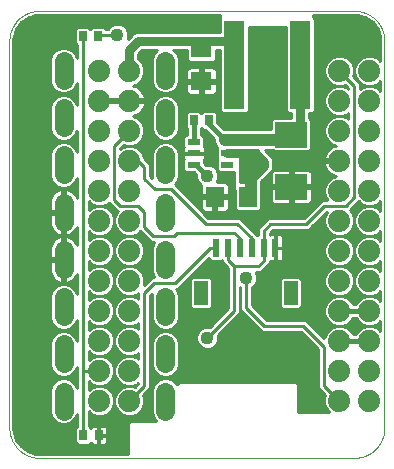
<source format=gtl>
G75*
%MOIN*%
%OFA0B0*%
%FSLAX25Y25*%
%IPPOS*%
%LPD*%
%AMOC8*
5,1,8,0,0,1.08239X$1,22.5*
%
%ADD10C,0.00000*%
%ADD11R,0.06299X0.07087*%
%ADD12R,0.07087X0.06299*%
%ADD13C,0.06337*%
%ADD14C,0.07400*%
%ADD15R,0.02362X0.06102*%
%ADD16R,0.04724X0.07874*%
%ADD17R,0.02756X0.03543*%
%ADD18R,0.04331X0.02362*%
%ADD19R,0.07087X0.29528*%
%ADD20R,0.10799X0.08500*%
%ADD21C,0.01000*%
%ADD22C,0.04362*%
%ADD23C,0.03000*%
%ADD24C,0.01600*%
%ADD25C,0.04000*%
D10*
X0237000Y0214500D02*
X0342000Y0214500D01*
X0342242Y0214503D01*
X0342483Y0214512D01*
X0342724Y0214526D01*
X0342965Y0214547D01*
X0343205Y0214573D01*
X0343445Y0214605D01*
X0343684Y0214643D01*
X0343921Y0214686D01*
X0344158Y0214736D01*
X0344393Y0214791D01*
X0344627Y0214851D01*
X0344859Y0214918D01*
X0345090Y0214989D01*
X0345319Y0215067D01*
X0345546Y0215150D01*
X0345771Y0215238D01*
X0345994Y0215332D01*
X0346214Y0215431D01*
X0346432Y0215536D01*
X0346647Y0215645D01*
X0346860Y0215760D01*
X0347070Y0215880D01*
X0347276Y0216005D01*
X0347480Y0216135D01*
X0347681Y0216270D01*
X0347878Y0216410D01*
X0348072Y0216554D01*
X0348262Y0216703D01*
X0348448Y0216857D01*
X0348631Y0217015D01*
X0348810Y0217177D01*
X0348985Y0217344D01*
X0349156Y0217515D01*
X0349323Y0217690D01*
X0349485Y0217869D01*
X0349643Y0218052D01*
X0349797Y0218238D01*
X0349946Y0218428D01*
X0350090Y0218622D01*
X0350230Y0218819D01*
X0350365Y0219020D01*
X0350495Y0219224D01*
X0350620Y0219430D01*
X0350740Y0219640D01*
X0350855Y0219853D01*
X0350964Y0220068D01*
X0351069Y0220286D01*
X0351168Y0220506D01*
X0351262Y0220729D01*
X0351350Y0220954D01*
X0351433Y0221181D01*
X0351511Y0221410D01*
X0351582Y0221641D01*
X0351649Y0221873D01*
X0351709Y0222107D01*
X0351764Y0222342D01*
X0351814Y0222579D01*
X0351857Y0222816D01*
X0351895Y0223055D01*
X0351927Y0223295D01*
X0351953Y0223535D01*
X0351974Y0223776D01*
X0351988Y0224017D01*
X0351997Y0224258D01*
X0352000Y0224500D01*
X0352000Y0353500D01*
X0351997Y0353742D01*
X0351988Y0353983D01*
X0351974Y0354224D01*
X0351953Y0354465D01*
X0351927Y0354705D01*
X0351895Y0354945D01*
X0351857Y0355184D01*
X0351814Y0355421D01*
X0351764Y0355658D01*
X0351709Y0355893D01*
X0351649Y0356127D01*
X0351582Y0356359D01*
X0351511Y0356590D01*
X0351433Y0356819D01*
X0351350Y0357046D01*
X0351262Y0357271D01*
X0351168Y0357494D01*
X0351069Y0357714D01*
X0350964Y0357932D01*
X0350855Y0358147D01*
X0350740Y0358360D01*
X0350620Y0358570D01*
X0350495Y0358776D01*
X0350365Y0358980D01*
X0350230Y0359181D01*
X0350090Y0359378D01*
X0349946Y0359572D01*
X0349797Y0359762D01*
X0349643Y0359948D01*
X0349485Y0360131D01*
X0349323Y0360310D01*
X0349156Y0360485D01*
X0348985Y0360656D01*
X0348810Y0360823D01*
X0348631Y0360985D01*
X0348448Y0361143D01*
X0348262Y0361297D01*
X0348072Y0361446D01*
X0347878Y0361590D01*
X0347681Y0361730D01*
X0347480Y0361865D01*
X0347276Y0361995D01*
X0347070Y0362120D01*
X0346860Y0362240D01*
X0346647Y0362355D01*
X0346432Y0362464D01*
X0346214Y0362569D01*
X0345994Y0362668D01*
X0345771Y0362762D01*
X0345546Y0362850D01*
X0345319Y0362933D01*
X0345090Y0363011D01*
X0344859Y0363082D01*
X0344627Y0363149D01*
X0344393Y0363209D01*
X0344158Y0363264D01*
X0343921Y0363314D01*
X0343684Y0363357D01*
X0343445Y0363395D01*
X0343205Y0363427D01*
X0342965Y0363453D01*
X0342724Y0363474D01*
X0342483Y0363488D01*
X0342242Y0363497D01*
X0342000Y0363500D01*
X0237000Y0363500D01*
X0236758Y0363497D01*
X0236517Y0363488D01*
X0236276Y0363474D01*
X0236035Y0363453D01*
X0235795Y0363427D01*
X0235555Y0363395D01*
X0235316Y0363357D01*
X0235079Y0363314D01*
X0234842Y0363264D01*
X0234607Y0363209D01*
X0234373Y0363149D01*
X0234141Y0363082D01*
X0233910Y0363011D01*
X0233681Y0362933D01*
X0233454Y0362850D01*
X0233229Y0362762D01*
X0233006Y0362668D01*
X0232786Y0362569D01*
X0232568Y0362464D01*
X0232353Y0362355D01*
X0232140Y0362240D01*
X0231930Y0362120D01*
X0231724Y0361995D01*
X0231520Y0361865D01*
X0231319Y0361730D01*
X0231122Y0361590D01*
X0230928Y0361446D01*
X0230738Y0361297D01*
X0230552Y0361143D01*
X0230369Y0360985D01*
X0230190Y0360823D01*
X0230015Y0360656D01*
X0229844Y0360485D01*
X0229677Y0360310D01*
X0229515Y0360131D01*
X0229357Y0359948D01*
X0229203Y0359762D01*
X0229054Y0359572D01*
X0228910Y0359378D01*
X0228770Y0359181D01*
X0228635Y0358980D01*
X0228505Y0358776D01*
X0228380Y0358570D01*
X0228260Y0358360D01*
X0228145Y0358147D01*
X0228036Y0357932D01*
X0227931Y0357714D01*
X0227832Y0357494D01*
X0227738Y0357271D01*
X0227650Y0357046D01*
X0227567Y0356819D01*
X0227489Y0356590D01*
X0227418Y0356359D01*
X0227351Y0356127D01*
X0227291Y0355893D01*
X0227236Y0355658D01*
X0227186Y0355421D01*
X0227143Y0355184D01*
X0227105Y0354945D01*
X0227073Y0354705D01*
X0227047Y0354465D01*
X0227026Y0354224D01*
X0227012Y0353983D01*
X0227003Y0353742D01*
X0227000Y0353500D01*
X0227000Y0224500D01*
X0227003Y0224258D01*
X0227012Y0224017D01*
X0227026Y0223776D01*
X0227047Y0223535D01*
X0227073Y0223295D01*
X0227105Y0223055D01*
X0227143Y0222816D01*
X0227186Y0222579D01*
X0227236Y0222342D01*
X0227291Y0222107D01*
X0227351Y0221873D01*
X0227418Y0221641D01*
X0227489Y0221410D01*
X0227567Y0221181D01*
X0227650Y0220954D01*
X0227738Y0220729D01*
X0227832Y0220506D01*
X0227931Y0220286D01*
X0228036Y0220068D01*
X0228145Y0219853D01*
X0228260Y0219640D01*
X0228380Y0219430D01*
X0228505Y0219224D01*
X0228635Y0219020D01*
X0228770Y0218819D01*
X0228910Y0218622D01*
X0229054Y0218428D01*
X0229203Y0218238D01*
X0229357Y0218052D01*
X0229515Y0217869D01*
X0229677Y0217690D01*
X0229844Y0217515D01*
X0230015Y0217344D01*
X0230190Y0217177D01*
X0230369Y0217015D01*
X0230552Y0216857D01*
X0230738Y0216703D01*
X0230928Y0216554D01*
X0231122Y0216410D01*
X0231319Y0216270D01*
X0231520Y0216135D01*
X0231724Y0216005D01*
X0231930Y0215880D01*
X0232140Y0215760D01*
X0232353Y0215645D01*
X0232568Y0215536D01*
X0232786Y0215431D01*
X0233006Y0215332D01*
X0233229Y0215238D01*
X0233454Y0215150D01*
X0233681Y0215067D01*
X0233910Y0214989D01*
X0234141Y0214918D01*
X0234373Y0214851D01*
X0234607Y0214791D01*
X0234842Y0214736D01*
X0235079Y0214686D01*
X0235316Y0214643D01*
X0235555Y0214605D01*
X0235795Y0214573D01*
X0236035Y0214547D01*
X0236276Y0214526D01*
X0236517Y0214512D01*
X0236758Y0214503D01*
X0237000Y0214500D01*
D11*
X0295488Y0301500D03*
X0306512Y0301500D03*
D12*
X0291000Y0339988D03*
X0291000Y0351012D03*
D13*
X0278929Y0346787D02*
X0278929Y0340450D01*
X0278929Y0331039D02*
X0278929Y0324702D01*
X0278929Y0315291D02*
X0278929Y0308954D01*
X0278929Y0299543D02*
X0278929Y0293206D01*
X0278929Y0283794D02*
X0278929Y0277457D01*
X0278929Y0268046D02*
X0278929Y0261709D01*
X0278929Y0252298D02*
X0278929Y0245961D01*
X0278929Y0236550D02*
X0278929Y0230213D01*
X0245071Y0230213D02*
X0245071Y0236550D01*
X0245071Y0245961D02*
X0245071Y0252298D01*
X0245071Y0261709D02*
X0245071Y0268046D01*
X0245071Y0277457D02*
X0245071Y0283794D01*
X0245071Y0293206D02*
X0245071Y0299543D01*
X0245071Y0308954D02*
X0245071Y0315291D01*
X0245071Y0324702D02*
X0245071Y0331039D01*
X0245071Y0340450D02*
X0245071Y0346787D01*
D14*
X0257000Y0343500D03*
X0267000Y0343500D03*
X0267000Y0333500D03*
X0267000Y0323500D03*
X0267000Y0313500D03*
X0257000Y0313500D03*
X0257000Y0323500D03*
X0257000Y0333500D03*
X0257000Y0303500D03*
X0257000Y0293500D03*
X0267000Y0293500D03*
X0267000Y0303500D03*
X0267000Y0283500D03*
X0267000Y0273500D03*
X0257000Y0273500D03*
X0257000Y0283500D03*
X0257000Y0263500D03*
X0257000Y0253500D03*
X0257000Y0243500D03*
X0267000Y0243500D03*
X0267000Y0253500D03*
X0267000Y0263500D03*
X0267000Y0233500D03*
X0257000Y0233500D03*
X0337000Y0233500D03*
X0347000Y0233500D03*
X0347000Y0243500D03*
X0347000Y0253500D03*
X0347000Y0263500D03*
X0337000Y0263500D03*
X0337000Y0253500D03*
X0337000Y0243500D03*
X0337000Y0273500D03*
X0337000Y0283500D03*
X0347000Y0283500D03*
X0347000Y0273500D03*
X0347000Y0293500D03*
X0347000Y0303500D03*
X0337000Y0303500D03*
X0337000Y0293500D03*
X0337000Y0313500D03*
X0337000Y0323500D03*
X0337000Y0333500D03*
X0347000Y0333500D03*
X0347000Y0323500D03*
X0347000Y0313500D03*
X0347000Y0343500D03*
X0337000Y0343500D03*
D15*
X0315685Y0284500D03*
X0311748Y0284500D03*
X0307811Y0284500D03*
X0303874Y0284500D03*
X0299937Y0284500D03*
X0296000Y0284500D03*
D16*
X0290882Y0269441D03*
X0320803Y0269441D03*
D17*
X0256809Y0222000D03*
X0251691Y0222000D03*
X0288441Y0327000D03*
X0293559Y0327000D03*
X0256559Y0355000D03*
X0251441Y0355000D03*
D18*
X0288488Y0319740D03*
X0288488Y0316000D03*
X0288488Y0312260D03*
X0299512Y0312260D03*
X0299512Y0316000D03*
X0299512Y0319740D03*
D19*
X0301976Y0345500D03*
X0324024Y0345500D03*
D20*
X0321000Y0322201D03*
X0321000Y0304799D03*
D21*
X0229248Y0220550D02*
X0230848Y0218348D01*
X0233050Y0216748D01*
X0235639Y0215907D01*
X0237000Y0215800D01*
X0266700Y0215800D01*
X0266700Y0226038D01*
X0267462Y0226800D01*
X0276023Y0226800D01*
X0275141Y0227682D01*
X0274461Y0229325D01*
X0274461Y0237439D01*
X0275141Y0239082D01*
X0276398Y0240339D01*
X0278040Y0241019D01*
X0279818Y0241019D01*
X0281460Y0240339D01*
X0282717Y0239082D01*
X0282725Y0239063D01*
X0283462Y0239800D01*
X0322538Y0239800D01*
X0323300Y0239038D01*
X0323300Y0229800D01*
X0333629Y0229800D01*
X0332761Y0230668D01*
X0332000Y0232505D01*
X0332000Y0234495D01*
X0332345Y0235327D01*
X0330000Y0237672D01*
X0330000Y0250672D01*
X0324172Y0256500D01*
X0311172Y0256500D01*
X0304000Y0263672D01*
X0304000Y0271344D01*
X0304000Y0271344D01*
X0304000Y0262672D01*
X0296646Y0255317D01*
X0296681Y0255232D01*
X0296681Y0253768D01*
X0296121Y0252415D01*
X0295085Y0251379D01*
X0293732Y0250819D01*
X0292268Y0250819D01*
X0290915Y0251379D01*
X0289879Y0252415D01*
X0289319Y0253768D01*
X0289319Y0255232D01*
X0289879Y0256585D01*
X0290915Y0257621D01*
X0292268Y0258181D01*
X0293732Y0258181D01*
X0293817Y0258146D01*
X0300000Y0264328D01*
X0300000Y0277672D01*
X0298000Y0279672D01*
X0298000Y0280366D01*
X0297968Y0280398D01*
X0297720Y0280149D01*
X0294280Y0280149D01*
X0293519Y0280910D01*
X0293519Y0281190D01*
X0283128Y0270800D01*
X0282495Y0270800D01*
X0282717Y0270578D01*
X0283398Y0268935D01*
X0283398Y0260821D01*
X0282717Y0259178D01*
X0281460Y0257921D01*
X0279818Y0257241D01*
X0278040Y0257241D01*
X0276398Y0257921D01*
X0275141Y0259178D01*
X0274461Y0260821D01*
X0274461Y0268935D01*
X0274600Y0269271D01*
X0274000Y0268672D01*
X0274000Y0237672D01*
X0271655Y0235327D01*
X0272000Y0234495D01*
X0272000Y0232505D01*
X0271239Y0230668D01*
X0269832Y0229261D01*
X0267995Y0228500D01*
X0266005Y0228500D01*
X0264168Y0229261D01*
X0262761Y0230668D01*
X0262000Y0232505D01*
X0262000Y0234495D01*
X0262761Y0236332D01*
X0264168Y0237739D01*
X0266005Y0238500D01*
X0267995Y0238500D01*
X0268827Y0238155D01*
X0270000Y0239328D01*
X0270000Y0239429D01*
X0269832Y0239261D01*
X0267995Y0238500D01*
X0266005Y0238500D01*
X0264168Y0239261D01*
X0262761Y0240668D01*
X0262000Y0242505D01*
X0262000Y0244495D01*
X0262761Y0246332D01*
X0264168Y0247739D01*
X0266005Y0248500D01*
X0267995Y0248500D01*
X0269832Y0247739D01*
X0270000Y0247571D01*
X0270000Y0249429D01*
X0269832Y0249261D01*
X0267995Y0248500D01*
X0266005Y0248500D01*
X0264168Y0249261D01*
X0262761Y0250668D01*
X0262000Y0252505D01*
X0262000Y0254495D01*
X0262761Y0256332D01*
X0264168Y0257739D01*
X0266005Y0258500D01*
X0267995Y0258500D01*
X0269832Y0257739D01*
X0270000Y0257571D01*
X0270000Y0259429D01*
X0269832Y0259261D01*
X0267995Y0258500D01*
X0266005Y0258500D01*
X0264168Y0259261D01*
X0262761Y0260668D01*
X0262000Y0262505D01*
X0262000Y0264495D01*
X0262761Y0266332D01*
X0264168Y0267739D01*
X0266005Y0268500D01*
X0267995Y0268500D01*
X0269832Y0267739D01*
X0270000Y0267571D01*
X0270000Y0269429D01*
X0269832Y0269261D01*
X0267995Y0268500D01*
X0266005Y0268500D01*
X0264168Y0269261D01*
X0262761Y0270668D01*
X0262000Y0272505D01*
X0262000Y0274495D01*
X0262761Y0276332D01*
X0264168Y0277739D01*
X0266005Y0278500D01*
X0267995Y0278500D01*
X0269832Y0279261D01*
X0271239Y0280668D01*
X0272000Y0282505D01*
X0272000Y0284495D01*
X0271239Y0286332D01*
X0269832Y0287739D01*
X0267995Y0288500D01*
X0266005Y0288500D01*
X0264168Y0287739D01*
X0262761Y0286332D01*
X0262000Y0284495D01*
X0262000Y0282505D01*
X0262761Y0280668D01*
X0264168Y0279261D01*
X0266005Y0278500D01*
X0267995Y0278500D01*
X0269832Y0277739D01*
X0271239Y0276332D01*
X0272000Y0274495D01*
X0272000Y0272505D01*
X0271875Y0272203D01*
X0274472Y0274800D01*
X0275267Y0274800D01*
X0275141Y0274926D01*
X0274461Y0276569D01*
X0274461Y0284683D01*
X0275141Y0286326D01*
X0275315Y0286500D01*
X0274172Y0286500D01*
X0271172Y0289500D01*
X0270621Y0290050D01*
X0269832Y0289261D01*
X0267995Y0288500D01*
X0266005Y0288500D01*
X0264168Y0289261D01*
X0262761Y0290668D01*
X0262000Y0292505D01*
X0262000Y0294495D01*
X0262761Y0296332D01*
X0263050Y0296621D01*
X0261172Y0298500D01*
X0260121Y0299550D01*
X0259832Y0299261D01*
X0257995Y0298500D01*
X0256005Y0298500D01*
X0254168Y0299261D01*
X0253441Y0299988D01*
X0253441Y0297012D01*
X0254168Y0297739D01*
X0256005Y0298500D01*
X0257995Y0298500D01*
X0259832Y0297739D01*
X0261239Y0296332D01*
X0262000Y0294495D01*
X0262000Y0292505D01*
X0261239Y0290668D01*
X0259832Y0289261D01*
X0257995Y0288500D01*
X0256005Y0288500D01*
X0254168Y0289261D01*
X0253441Y0289988D01*
X0253441Y0287012D01*
X0254168Y0287739D01*
X0256005Y0288500D01*
X0257995Y0288500D01*
X0259832Y0287739D01*
X0261239Y0286332D01*
X0262000Y0284495D01*
X0262000Y0282505D01*
X0261239Y0280668D01*
X0259832Y0279261D01*
X0257995Y0278500D01*
X0256005Y0278500D01*
X0254168Y0279261D01*
X0253441Y0279988D01*
X0253441Y0277012D01*
X0254168Y0277739D01*
X0256005Y0278500D01*
X0257995Y0278500D01*
X0259832Y0277739D01*
X0261239Y0276332D01*
X0262000Y0274495D01*
X0262000Y0272505D01*
X0261239Y0270668D01*
X0259832Y0269261D01*
X0257995Y0268500D01*
X0256005Y0268500D01*
X0254168Y0269261D01*
X0253441Y0269988D01*
X0253441Y0267012D01*
X0254168Y0267739D01*
X0256005Y0268500D01*
X0257995Y0268500D01*
X0259832Y0267739D01*
X0261239Y0266332D01*
X0262000Y0264495D01*
X0262000Y0262505D01*
X0261239Y0260668D01*
X0259832Y0259261D01*
X0257995Y0258500D01*
X0256005Y0258500D01*
X0254168Y0259261D01*
X0253441Y0259988D01*
X0253441Y0257012D01*
X0254168Y0257739D01*
X0256005Y0258500D01*
X0257995Y0258500D01*
X0259832Y0257739D01*
X0261239Y0256332D01*
X0262000Y0254495D01*
X0262000Y0252505D01*
X0261239Y0250668D01*
X0259832Y0249261D01*
X0257995Y0248500D01*
X0256005Y0248500D01*
X0254168Y0249261D01*
X0253441Y0249988D01*
X0253441Y0247012D01*
X0254168Y0247739D01*
X0256005Y0248500D01*
X0257995Y0248500D01*
X0259832Y0247739D01*
X0261239Y0246332D01*
X0262000Y0244495D01*
X0262000Y0242505D01*
X0261239Y0240668D01*
X0259832Y0239261D01*
X0257995Y0238500D01*
X0256005Y0238500D01*
X0254168Y0239261D01*
X0253441Y0239988D01*
X0253441Y0237012D01*
X0254168Y0237739D01*
X0256005Y0238500D01*
X0257995Y0238500D01*
X0259832Y0237739D01*
X0261239Y0236332D01*
X0262000Y0234495D01*
X0262000Y0232505D01*
X0261239Y0230668D01*
X0259832Y0229261D01*
X0257995Y0228500D01*
X0256005Y0228500D01*
X0254168Y0229261D01*
X0253441Y0229988D01*
X0253441Y0225072D01*
X0253607Y0225072D01*
X0254141Y0224538D01*
X0254231Y0224693D01*
X0254510Y0224972D01*
X0254852Y0225169D01*
X0255234Y0225272D01*
X0256620Y0225272D01*
X0256620Y0222189D01*
X0256998Y0222189D01*
X0256998Y0225272D01*
X0258384Y0225272D01*
X0258766Y0225169D01*
X0259108Y0224972D01*
X0259387Y0224693D01*
X0259585Y0224351D01*
X0259687Y0223969D01*
X0259687Y0222189D01*
X0256998Y0222189D01*
X0256998Y0221811D01*
X0256998Y0218728D01*
X0258384Y0218728D01*
X0258766Y0218831D01*
X0259108Y0219028D01*
X0259387Y0219307D01*
X0259585Y0219649D01*
X0259687Y0220031D01*
X0259687Y0221811D01*
X0256998Y0221811D01*
X0256620Y0221811D01*
X0256620Y0218728D01*
X0255234Y0218728D01*
X0254852Y0218831D01*
X0254510Y0219028D01*
X0254231Y0219307D01*
X0254141Y0219462D01*
X0253607Y0218928D01*
X0249775Y0218928D01*
X0249013Y0219690D01*
X0249013Y0224310D01*
X0249441Y0224738D01*
X0249441Y0229087D01*
X0248859Y0227682D01*
X0247602Y0226425D01*
X0245960Y0225745D01*
X0244182Y0225745D01*
X0242540Y0226425D01*
X0241283Y0227682D01*
X0240602Y0229325D01*
X0240602Y0237439D01*
X0241283Y0239082D01*
X0242540Y0240339D01*
X0244182Y0241019D01*
X0245960Y0241019D01*
X0247602Y0240339D01*
X0248859Y0239082D01*
X0249441Y0237677D01*
X0249441Y0244835D01*
X0248859Y0243430D01*
X0247602Y0242173D01*
X0245960Y0241493D01*
X0244182Y0241493D01*
X0242540Y0242173D01*
X0241283Y0243430D01*
X0240602Y0245073D01*
X0240602Y0253187D01*
X0241283Y0254830D01*
X0242540Y0256087D01*
X0244182Y0256767D01*
X0245960Y0256767D01*
X0247602Y0256087D01*
X0248859Y0254830D01*
X0249441Y0253425D01*
X0249441Y0260583D01*
X0248859Y0259178D01*
X0247602Y0257921D01*
X0245960Y0257241D01*
X0244182Y0257241D01*
X0242540Y0257921D01*
X0241283Y0259178D01*
X0240602Y0260821D01*
X0240602Y0268935D01*
X0241283Y0270578D01*
X0242540Y0271835D01*
X0244182Y0272515D01*
X0245960Y0272515D01*
X0247602Y0271835D01*
X0248859Y0270578D01*
X0249441Y0269173D01*
X0249441Y0275800D01*
X0249397Y0275665D01*
X0249064Y0275011D01*
X0248632Y0274416D01*
X0248112Y0273897D01*
X0247518Y0273465D01*
X0246863Y0273131D01*
X0246164Y0272904D01*
X0245555Y0272807D01*
X0245555Y0280142D01*
X0244587Y0280142D01*
X0244587Y0272807D01*
X0243978Y0272904D01*
X0243279Y0273131D01*
X0242624Y0273465D01*
X0242030Y0273897D01*
X0241510Y0274416D01*
X0241078Y0275011D01*
X0240744Y0275665D01*
X0240517Y0276364D01*
X0240402Y0277090D01*
X0240402Y0280142D01*
X0244587Y0280142D01*
X0244587Y0281110D01*
X0244587Y0288444D01*
X0243978Y0288348D01*
X0243279Y0288121D01*
X0242624Y0287787D01*
X0242030Y0287355D01*
X0241510Y0286836D01*
X0241078Y0286241D01*
X0240744Y0285587D01*
X0240517Y0284888D01*
X0240402Y0284162D01*
X0240402Y0281110D01*
X0244587Y0281110D01*
X0245555Y0281110D01*
X0245555Y0288444D01*
X0246164Y0288348D01*
X0246863Y0288121D01*
X0247518Y0287787D01*
X0248112Y0287355D01*
X0248632Y0286836D01*
X0249064Y0286241D01*
X0249397Y0285587D01*
X0249441Y0285452D01*
X0249441Y0291548D01*
X0249397Y0291413D01*
X0249064Y0290759D01*
X0248632Y0290164D01*
X0248112Y0289645D01*
X0247518Y0289213D01*
X0246863Y0288879D01*
X0246164Y0288652D01*
X0245555Y0288556D01*
X0245555Y0295890D01*
X0244587Y0295890D01*
X0244587Y0288556D01*
X0243978Y0288652D01*
X0243279Y0288879D01*
X0242624Y0289213D01*
X0242030Y0289645D01*
X0241510Y0290164D01*
X0241078Y0290759D01*
X0240744Y0291413D01*
X0240517Y0292112D01*
X0240402Y0292838D01*
X0240402Y0295890D01*
X0244587Y0295890D01*
X0244587Y0296858D01*
X0240402Y0296858D01*
X0240402Y0299910D01*
X0240517Y0300636D01*
X0240744Y0301335D01*
X0241078Y0301989D01*
X0241510Y0302584D01*
X0242030Y0303103D01*
X0242624Y0303535D01*
X0243279Y0303869D01*
X0243978Y0304096D01*
X0244587Y0304192D01*
X0244587Y0296858D01*
X0245555Y0296858D01*
X0245555Y0304192D01*
X0246164Y0304096D01*
X0246863Y0303869D01*
X0247518Y0303535D01*
X0248112Y0303103D01*
X0248632Y0302584D01*
X0249064Y0301989D01*
X0249397Y0301335D01*
X0249441Y0301200D01*
X0249441Y0307827D01*
X0248859Y0306422D01*
X0247602Y0305165D01*
X0245960Y0304485D01*
X0244182Y0304485D01*
X0242540Y0305165D01*
X0241283Y0306422D01*
X0240602Y0308065D01*
X0240602Y0316179D01*
X0241283Y0317822D01*
X0242540Y0319079D01*
X0244182Y0319759D01*
X0245960Y0319759D01*
X0247602Y0319079D01*
X0248859Y0317822D01*
X0249441Y0316417D01*
X0249441Y0323575D01*
X0248859Y0322170D01*
X0247602Y0320913D01*
X0245960Y0320233D01*
X0244182Y0320233D01*
X0242540Y0320913D01*
X0241283Y0322170D01*
X0240602Y0323813D01*
X0240602Y0331927D01*
X0241283Y0333570D01*
X0242540Y0334827D01*
X0244182Y0335507D01*
X0245960Y0335507D01*
X0247602Y0334827D01*
X0248859Y0333570D01*
X0249441Y0332165D01*
X0249441Y0339323D01*
X0248859Y0337918D01*
X0247602Y0336661D01*
X0245960Y0335981D01*
X0244182Y0335981D01*
X0242540Y0336661D01*
X0241283Y0337918D01*
X0240602Y0339561D01*
X0240602Y0347675D01*
X0241283Y0349318D01*
X0242540Y0350575D01*
X0244182Y0351255D01*
X0245960Y0351255D01*
X0247602Y0350575D01*
X0248859Y0349318D01*
X0249441Y0347913D01*
X0249441Y0352012D01*
X0248763Y0352690D01*
X0248763Y0357310D01*
X0249525Y0358072D01*
X0253357Y0358072D01*
X0254000Y0357429D01*
X0254643Y0358072D01*
X0258475Y0358072D01*
X0259047Y0357500D01*
X0259844Y0357500D01*
X0259879Y0357585D01*
X0260915Y0358621D01*
X0262268Y0359181D01*
X0263732Y0359181D01*
X0265085Y0358621D01*
X0266121Y0357585D01*
X0266681Y0356232D01*
X0266681Y0354768D01*
X0266438Y0354180D01*
X0267457Y0355199D01*
X0268301Y0356043D01*
X0269403Y0356500D01*
X0297133Y0356500D01*
X0297133Y0360802D01*
X0297200Y0360869D01*
X0297200Y0362200D01*
X0237000Y0362200D01*
X0235639Y0362093D01*
X0233050Y0361252D01*
X0230848Y0359652D01*
X0229248Y0357450D01*
X0228407Y0354861D01*
X0228300Y0353500D01*
X0228300Y0224500D01*
X0228407Y0223139D01*
X0229248Y0220550D01*
X0229290Y0220493D02*
X0249013Y0220493D01*
X0249013Y0221491D02*
X0228943Y0221491D01*
X0228618Y0222490D02*
X0249013Y0222490D01*
X0249013Y0223488D02*
X0228380Y0223488D01*
X0228301Y0224487D02*
X0249189Y0224487D01*
X0249441Y0225485D02*
X0228300Y0225485D01*
X0228300Y0226484D02*
X0242481Y0226484D01*
X0241483Y0227482D02*
X0228300Y0227482D01*
X0228300Y0228481D02*
X0240952Y0228481D01*
X0240602Y0229479D02*
X0228300Y0229479D01*
X0228300Y0230478D02*
X0240602Y0230478D01*
X0240602Y0231476D02*
X0228300Y0231476D01*
X0228300Y0232475D02*
X0240602Y0232475D01*
X0240602Y0233473D02*
X0228300Y0233473D01*
X0228300Y0234472D02*
X0240602Y0234472D01*
X0240602Y0235470D02*
X0228300Y0235470D01*
X0228300Y0236469D02*
X0240602Y0236469D01*
X0240614Y0237467D02*
X0228300Y0237467D01*
X0228300Y0238466D02*
X0241028Y0238466D01*
X0241665Y0239464D02*
X0228300Y0239464D01*
X0228300Y0240463D02*
X0242839Y0240463D01*
X0242253Y0242460D02*
X0228300Y0242460D01*
X0228300Y0243458D02*
X0241271Y0243458D01*
X0240857Y0244457D02*
X0228300Y0244457D01*
X0228300Y0245455D02*
X0240602Y0245455D01*
X0240602Y0246454D02*
X0228300Y0246454D01*
X0228300Y0247452D02*
X0240602Y0247452D01*
X0240602Y0248451D02*
X0228300Y0248451D01*
X0228300Y0249449D02*
X0240602Y0249449D01*
X0240602Y0250448D02*
X0228300Y0250448D01*
X0228300Y0251446D02*
X0240602Y0251446D01*
X0240602Y0252445D02*
X0228300Y0252445D01*
X0228300Y0253443D02*
X0240708Y0253443D01*
X0241122Y0254442D02*
X0228300Y0254442D01*
X0228300Y0255440D02*
X0241893Y0255440D01*
X0243390Y0256439D02*
X0228300Y0256439D01*
X0228300Y0257437D02*
X0243708Y0257437D01*
X0242025Y0258436D02*
X0228300Y0258436D01*
X0228300Y0259434D02*
X0241177Y0259434D01*
X0240763Y0260433D02*
X0228300Y0260433D01*
X0228300Y0261432D02*
X0240602Y0261432D01*
X0240602Y0262430D02*
X0228300Y0262430D01*
X0228300Y0263429D02*
X0240602Y0263429D01*
X0240602Y0264427D02*
X0228300Y0264427D01*
X0228300Y0265426D02*
X0240602Y0265426D01*
X0240602Y0266424D02*
X0228300Y0266424D01*
X0228300Y0267423D02*
X0240602Y0267423D01*
X0240602Y0268421D02*
X0228300Y0268421D01*
X0228300Y0269420D02*
X0240803Y0269420D01*
X0241217Y0270418D02*
X0228300Y0270418D01*
X0228300Y0271417D02*
X0242122Y0271417D01*
X0243941Y0272415D02*
X0228300Y0272415D01*
X0228300Y0273414D02*
X0242724Y0273414D01*
X0241514Y0274412D02*
X0228300Y0274412D01*
X0228300Y0275411D02*
X0240874Y0275411D01*
X0240510Y0276409D02*
X0228300Y0276409D01*
X0228300Y0277408D02*
X0240402Y0277408D01*
X0240402Y0278406D02*
X0228300Y0278406D01*
X0228300Y0279405D02*
X0240402Y0279405D01*
X0240402Y0281402D02*
X0228300Y0281402D01*
X0228300Y0282400D02*
X0240402Y0282400D01*
X0240402Y0283399D02*
X0228300Y0283399D01*
X0228300Y0284397D02*
X0240440Y0284397D01*
X0240682Y0285396D02*
X0228300Y0285396D01*
X0228300Y0286394D02*
X0241189Y0286394D01*
X0242081Y0287393D02*
X0228300Y0287393D01*
X0228300Y0288391D02*
X0244251Y0288391D01*
X0244587Y0288391D02*
X0245555Y0288391D01*
X0245891Y0288391D02*
X0249441Y0288391D01*
X0249441Y0287393D02*
X0248061Y0287393D01*
X0248953Y0286394D02*
X0249441Y0286394D01*
X0249441Y0289390D02*
X0247762Y0289390D01*
X0248795Y0290388D02*
X0249441Y0290388D01*
X0249441Y0291387D02*
X0249384Y0291387D01*
X0245555Y0291387D02*
X0244587Y0291387D01*
X0244587Y0292385D02*
X0245555Y0292385D01*
X0245555Y0293384D02*
X0244587Y0293384D01*
X0244587Y0294382D02*
X0245555Y0294382D01*
X0245555Y0295381D02*
X0244587Y0295381D01*
X0244587Y0296379D02*
X0228300Y0296379D01*
X0228300Y0295381D02*
X0240402Y0295381D01*
X0240402Y0294382D02*
X0228300Y0294382D01*
X0228300Y0293384D02*
X0240402Y0293384D01*
X0240474Y0292385D02*
X0228300Y0292385D01*
X0228300Y0291387D02*
X0240758Y0291387D01*
X0241347Y0290388D02*
X0228300Y0290388D01*
X0228300Y0289390D02*
X0242380Y0289390D01*
X0244587Y0289390D02*
X0245555Y0289390D01*
X0245555Y0290388D02*
X0244587Y0290388D01*
X0244587Y0287393D02*
X0245555Y0287393D01*
X0245555Y0286394D02*
X0244587Y0286394D01*
X0244587Y0285396D02*
X0245555Y0285396D01*
X0245555Y0284397D02*
X0244587Y0284397D01*
X0244587Y0283399D02*
X0245555Y0283399D01*
X0245555Y0282400D02*
X0244587Y0282400D01*
X0244587Y0281402D02*
X0245555Y0281402D01*
X0244587Y0280403D02*
X0228300Y0280403D01*
X0244587Y0279405D02*
X0245555Y0279405D01*
X0245555Y0278406D02*
X0244587Y0278406D01*
X0244587Y0277408D02*
X0245555Y0277408D01*
X0245555Y0276409D02*
X0244587Y0276409D01*
X0244587Y0275411D02*
X0245555Y0275411D01*
X0245555Y0274412D02*
X0244587Y0274412D01*
X0244587Y0273414D02*
X0245555Y0273414D01*
X0246201Y0272415D02*
X0249441Y0272415D01*
X0249441Y0271417D02*
X0248020Y0271417D01*
X0248925Y0270418D02*
X0249441Y0270418D01*
X0249441Y0269420D02*
X0249339Y0269420D01*
X0249441Y0273414D02*
X0247418Y0273414D01*
X0248628Y0274412D02*
X0249441Y0274412D01*
X0249441Y0275411D02*
X0249268Y0275411D01*
X0253441Y0277408D02*
X0253837Y0277408D01*
X0253441Y0278406D02*
X0255779Y0278406D01*
X0254024Y0279405D02*
X0253441Y0279405D01*
X0258221Y0278406D02*
X0265779Y0278406D01*
X0264024Y0279405D02*
X0259976Y0279405D01*
X0260974Y0280403D02*
X0263026Y0280403D01*
X0262457Y0281402D02*
X0261543Y0281402D01*
X0261956Y0282400D02*
X0262044Y0282400D01*
X0262000Y0283399D02*
X0262000Y0283399D01*
X0262000Y0284397D02*
X0262000Y0284397D01*
X0261627Y0285396D02*
X0262373Y0285396D01*
X0262823Y0286394D02*
X0261177Y0286394D01*
X0260178Y0287393D02*
X0263822Y0287393D01*
X0264039Y0289390D02*
X0259961Y0289390D01*
X0260959Y0290388D02*
X0263041Y0290388D01*
X0262463Y0291387D02*
X0261537Y0291387D01*
X0261950Y0292385D02*
X0262050Y0292385D01*
X0262000Y0293384D02*
X0262000Y0293384D01*
X0262000Y0294382D02*
X0262000Y0294382D01*
X0261633Y0295381D02*
X0262367Y0295381D01*
X0262808Y0296379D02*
X0261192Y0296379D01*
X0260193Y0297378D02*
X0262294Y0297378D01*
X0261295Y0298376D02*
X0258293Y0298376D01*
X0259946Y0299375D02*
X0260297Y0299375D01*
X0262000Y0300500D02*
X0262000Y0318500D01*
X0267000Y0323500D01*
X0271651Y0325336D02*
X0274461Y0325336D01*
X0274461Y0324338D02*
X0272000Y0324338D01*
X0272000Y0324495D02*
X0271239Y0326332D01*
X0269832Y0327739D01*
X0268182Y0328422D01*
X0268218Y0328428D01*
X0268996Y0328681D01*
X0269725Y0329053D01*
X0270388Y0329534D01*
X0270966Y0330112D01*
X0271447Y0330775D01*
X0271819Y0331504D01*
X0272072Y0332282D01*
X0272186Y0333000D01*
X0267500Y0333000D01*
X0267500Y0334000D01*
X0272186Y0334000D01*
X0272072Y0334718D01*
X0271819Y0335496D01*
X0271447Y0336225D01*
X0270966Y0336888D01*
X0270388Y0337466D01*
X0269725Y0337947D01*
X0268996Y0338319D01*
X0268218Y0338572D01*
X0268182Y0338578D01*
X0269832Y0339261D01*
X0271239Y0340668D01*
X0272000Y0342505D01*
X0272000Y0344495D01*
X0271239Y0346332D01*
X0270000Y0347571D01*
X0270000Y0349257D01*
X0271243Y0350500D01*
X0276323Y0350500D01*
X0275141Y0349318D01*
X0274461Y0347675D01*
X0274461Y0339561D01*
X0275141Y0337918D01*
X0276398Y0336661D01*
X0278040Y0335981D01*
X0279818Y0335981D01*
X0281460Y0336661D01*
X0282717Y0337918D01*
X0283398Y0339561D01*
X0283398Y0347675D01*
X0282717Y0349318D01*
X0281535Y0350500D01*
X0286157Y0350500D01*
X0286157Y0347324D01*
X0286918Y0346562D01*
X0295082Y0346562D01*
X0295843Y0347324D01*
X0295843Y0350500D01*
X0297133Y0350500D01*
X0297133Y0330198D01*
X0297895Y0329436D01*
X0306058Y0329436D01*
X0306820Y0330198D01*
X0306820Y0358200D01*
X0319180Y0358200D01*
X0319180Y0330198D01*
X0319942Y0329436D01*
X0321024Y0329436D01*
X0321024Y0327751D01*
X0315062Y0327751D01*
X0314300Y0326989D01*
X0314300Y0324000D01*
X0298505Y0324000D01*
X0296237Y0326268D01*
X0296237Y0329310D01*
X0295475Y0330072D01*
X0291643Y0330072D01*
X0291000Y0329429D01*
X0290357Y0330072D01*
X0286525Y0330072D01*
X0285763Y0329310D01*
X0285763Y0324690D01*
X0286188Y0324265D01*
X0286188Y0322221D01*
X0285784Y0322221D01*
X0285023Y0321460D01*
X0285023Y0318021D01*
X0285056Y0317987D01*
X0284925Y0317760D01*
X0284823Y0317379D01*
X0284823Y0316091D01*
X0288398Y0316091D01*
X0288398Y0315909D01*
X0284823Y0315909D01*
X0284823Y0314621D01*
X0284925Y0314240D01*
X0285056Y0314013D01*
X0285023Y0313979D01*
X0285023Y0310540D01*
X0285784Y0309779D01*
X0288469Y0309779D01*
X0289319Y0308928D01*
X0289319Y0307768D01*
X0289879Y0306415D01*
X0290884Y0305410D01*
X0290839Y0305241D01*
X0290839Y0302000D01*
X0294988Y0302000D01*
X0294988Y0301000D01*
X0290839Y0301000D01*
X0290839Y0297759D01*
X0290941Y0297378D01*
X0290450Y0297378D01*
X0290941Y0297378D02*
X0291138Y0297036D01*
X0291418Y0296756D01*
X0291760Y0296559D01*
X0292141Y0296457D01*
X0294988Y0296457D01*
X0294988Y0301000D01*
X0295988Y0301000D01*
X0295988Y0296457D01*
X0298835Y0296457D01*
X0299217Y0296559D01*
X0299559Y0296756D01*
X0299838Y0297036D01*
X0300036Y0297378D01*
X0302102Y0297378D01*
X0302062Y0297418D02*
X0302824Y0296657D01*
X0310200Y0296657D01*
X0310961Y0297418D01*
X0310961Y0303633D01*
X0311000Y0303672D01*
X0311000Y0306672D01*
X0313828Y0309500D01*
X0315000Y0310672D01*
X0315000Y0314328D01*
X0312328Y0317000D01*
X0314713Y0317000D01*
X0315062Y0316651D01*
X0326938Y0316651D01*
X0327700Y0317412D01*
X0327700Y0326989D01*
X0327024Y0327665D01*
X0327024Y0329436D01*
X0328105Y0329436D01*
X0328867Y0330198D01*
X0328867Y0360802D01*
X0328300Y0361369D01*
X0328300Y0362200D01*
X0342000Y0362200D01*
X0343361Y0362093D01*
X0345950Y0361252D01*
X0348152Y0359652D01*
X0349752Y0357450D01*
X0350593Y0354861D01*
X0350700Y0353500D01*
X0350700Y0346871D01*
X0349832Y0347739D01*
X0347995Y0348500D01*
X0346005Y0348500D01*
X0344168Y0347739D01*
X0342761Y0346332D01*
X0342000Y0344495D01*
X0341239Y0346332D01*
X0339832Y0347739D01*
X0337995Y0348500D01*
X0336005Y0348500D01*
X0334168Y0347739D01*
X0332761Y0346332D01*
X0332000Y0344495D01*
X0332000Y0342505D01*
X0332761Y0340668D01*
X0334168Y0339261D01*
X0336005Y0338500D01*
X0334168Y0337739D01*
X0332761Y0336332D01*
X0332000Y0334495D01*
X0332000Y0332505D01*
X0332761Y0330668D01*
X0334168Y0329261D01*
X0336005Y0328500D01*
X0334168Y0327739D01*
X0332761Y0326332D01*
X0332000Y0324495D01*
X0332000Y0322505D01*
X0332761Y0320668D01*
X0334168Y0319261D01*
X0335818Y0318578D01*
X0335782Y0318572D01*
X0335004Y0318319D01*
X0334275Y0317947D01*
X0333612Y0317466D01*
X0333034Y0316888D01*
X0332553Y0316225D01*
X0332181Y0315496D01*
X0331928Y0314718D01*
X0331814Y0314000D01*
X0336500Y0314000D01*
X0336500Y0313000D01*
X0331814Y0313000D01*
X0331928Y0312282D01*
X0332181Y0311504D01*
X0332553Y0310775D01*
X0333034Y0310112D01*
X0333612Y0309534D01*
X0334275Y0309053D01*
X0335004Y0308681D01*
X0335782Y0308428D01*
X0335818Y0308422D01*
X0334168Y0307739D01*
X0332761Y0306332D01*
X0332000Y0304495D01*
X0332000Y0302505D01*
X0332761Y0300668D01*
X0332929Y0300500D01*
X0331172Y0300500D01*
X0325172Y0294500D01*
X0313172Y0294500D01*
X0310920Y0292248D01*
X0309748Y0291076D01*
X0309748Y0288634D01*
X0309531Y0288851D01*
X0309477Y0288851D01*
X0305000Y0293328D01*
X0303828Y0294500D01*
X0293328Y0294500D01*
X0282062Y0305767D01*
X0282717Y0306422D01*
X0283398Y0308065D01*
X0283398Y0316179D01*
X0282717Y0317822D01*
X0281460Y0319079D01*
X0279818Y0319759D01*
X0278040Y0319759D01*
X0276398Y0319079D01*
X0275141Y0317822D01*
X0274461Y0316179D01*
X0274461Y0308065D01*
X0274600Y0307729D01*
X0274000Y0308328D01*
X0274000Y0312328D01*
X0272000Y0314328D01*
X0272000Y0314495D01*
X0271239Y0316332D01*
X0269832Y0317739D01*
X0267995Y0318500D01*
X0269832Y0319261D01*
X0271239Y0320668D01*
X0272000Y0322505D01*
X0272000Y0324495D01*
X0272000Y0323339D02*
X0274657Y0323339D01*
X0274461Y0323813D02*
X0275141Y0322170D01*
X0276398Y0320913D01*
X0278040Y0320233D01*
X0279818Y0320233D01*
X0281460Y0320913D01*
X0282717Y0322170D01*
X0283398Y0323813D01*
X0283398Y0331927D01*
X0282717Y0333570D01*
X0281460Y0334827D01*
X0279818Y0335507D01*
X0278040Y0335507D01*
X0276398Y0334827D01*
X0275141Y0333570D01*
X0274461Y0331927D01*
X0274461Y0323813D01*
X0275070Y0322341D02*
X0271932Y0322341D01*
X0271518Y0321342D02*
X0275969Y0321342D01*
X0277773Y0320344D02*
X0270915Y0320344D01*
X0269916Y0319345D02*
X0277041Y0319345D01*
X0275666Y0318347D02*
X0268365Y0318347D01*
X0267995Y0318500D02*
X0266005Y0318500D01*
X0267995Y0318500D01*
X0266005Y0318500D02*
X0265173Y0318845D01*
X0264000Y0317672D01*
X0264000Y0317571D01*
X0264168Y0317739D01*
X0266005Y0318500D01*
X0265635Y0318347D02*
X0264675Y0318347D01*
X0267000Y0313500D02*
X0270000Y0313500D01*
X0272000Y0311500D01*
X0272000Y0307500D01*
X0275400Y0304100D01*
X0280900Y0304100D01*
X0292500Y0292500D01*
X0303000Y0292500D01*
X0307811Y0287689D01*
X0307811Y0284500D01*
X0303874Y0284500D02*
X0303874Y0287626D01*
X0302000Y0289500D01*
X0283000Y0289500D01*
X0282000Y0288500D01*
X0275000Y0288500D01*
X0272000Y0291500D01*
X0272000Y0296500D01*
X0270000Y0298500D01*
X0264000Y0298500D01*
X0262000Y0300500D01*
X0255707Y0298376D02*
X0253441Y0298376D01*
X0253441Y0297378D02*
X0253807Y0297378D01*
X0254054Y0299375D02*
X0253441Y0299375D01*
X0249441Y0301372D02*
X0249378Y0301372D01*
X0249441Y0302370D02*
X0248787Y0302370D01*
X0249441Y0303369D02*
X0247747Y0303369D01*
X0249441Y0304368D02*
X0228300Y0304368D01*
X0228300Y0305366D02*
X0242339Y0305366D01*
X0241340Y0306365D02*
X0228300Y0306365D01*
X0228300Y0307363D02*
X0240893Y0307363D01*
X0240602Y0308362D02*
X0228300Y0308362D01*
X0228300Y0309360D02*
X0240602Y0309360D01*
X0240602Y0310359D02*
X0228300Y0310359D01*
X0228300Y0311357D02*
X0240602Y0311357D01*
X0240602Y0312356D02*
X0228300Y0312356D01*
X0228300Y0313354D02*
X0240602Y0313354D01*
X0240602Y0314353D02*
X0228300Y0314353D01*
X0228300Y0315351D02*
X0240602Y0315351D01*
X0240673Y0316350D02*
X0228300Y0316350D01*
X0228300Y0317348D02*
X0241086Y0317348D01*
X0241808Y0318347D02*
X0228300Y0318347D01*
X0228300Y0319345D02*
X0243183Y0319345D01*
X0243915Y0320344D02*
X0228300Y0320344D01*
X0228300Y0321342D02*
X0242111Y0321342D01*
X0241212Y0322341D02*
X0228300Y0322341D01*
X0228300Y0323339D02*
X0240798Y0323339D01*
X0240602Y0324338D02*
X0228300Y0324338D01*
X0228300Y0325336D02*
X0240602Y0325336D01*
X0240602Y0326335D02*
X0228300Y0326335D01*
X0228300Y0327333D02*
X0240602Y0327333D01*
X0240602Y0328332D02*
X0228300Y0328332D01*
X0228300Y0329330D02*
X0240602Y0329330D01*
X0240602Y0330329D02*
X0228300Y0330329D01*
X0228300Y0331327D02*
X0240602Y0331327D01*
X0240767Y0332326D02*
X0228300Y0332326D01*
X0228300Y0333324D02*
X0241181Y0333324D01*
X0242036Y0334323D02*
X0228300Y0334323D01*
X0228300Y0335321D02*
X0243734Y0335321D01*
X0243364Y0336320D02*
X0228300Y0336320D01*
X0228300Y0337318D02*
X0241883Y0337318D01*
X0241118Y0338317D02*
X0228300Y0338317D01*
X0228300Y0339315D02*
X0240704Y0339315D01*
X0240602Y0340314D02*
X0228300Y0340314D01*
X0228300Y0341312D02*
X0240602Y0341312D01*
X0240602Y0342311D02*
X0228300Y0342311D01*
X0228300Y0343309D02*
X0240602Y0343309D01*
X0240602Y0344308D02*
X0228300Y0344308D01*
X0228300Y0345306D02*
X0240602Y0345306D01*
X0240602Y0346305D02*
X0228300Y0346305D01*
X0228300Y0347303D02*
X0240602Y0347303D01*
X0240862Y0348302D02*
X0228300Y0348302D01*
X0228300Y0349301D02*
X0241275Y0349301D01*
X0242264Y0350299D02*
X0228300Y0350299D01*
X0228300Y0351298D02*
X0249441Y0351298D01*
X0249441Y0350299D02*
X0247878Y0350299D01*
X0248866Y0349301D02*
X0249441Y0349301D01*
X0249441Y0348302D02*
X0249280Y0348302D01*
X0249157Y0352296D02*
X0228300Y0352296D01*
X0228300Y0353295D02*
X0248763Y0353295D01*
X0248763Y0354293D02*
X0228362Y0354293D01*
X0228547Y0355292D02*
X0248763Y0355292D01*
X0248763Y0356290D02*
X0228871Y0356290D01*
X0229196Y0357289D02*
X0248763Y0357289D01*
X0251441Y0355000D02*
X0251441Y0243500D01*
X0251441Y0222000D01*
X0251691Y0222000D01*
X0249209Y0219494D02*
X0230016Y0219494D01*
X0230741Y0218496D02*
X0266700Y0218496D01*
X0266700Y0219494D02*
X0259495Y0219494D01*
X0259687Y0220493D02*
X0266700Y0220493D01*
X0266700Y0221491D02*
X0259687Y0221491D01*
X0259687Y0222490D02*
X0266700Y0222490D01*
X0266700Y0223488D02*
X0259687Y0223488D01*
X0259506Y0224487D02*
X0266700Y0224487D01*
X0266700Y0225485D02*
X0253441Y0225485D01*
X0253441Y0226484D02*
X0267145Y0226484D01*
X0270050Y0229479D02*
X0274461Y0229479D01*
X0274461Y0230478D02*
X0271049Y0230478D01*
X0271574Y0231476D02*
X0274461Y0231476D01*
X0274461Y0232475D02*
X0271987Y0232475D01*
X0272000Y0233473D02*
X0274461Y0233473D01*
X0274461Y0234472D02*
X0272000Y0234472D01*
X0271799Y0235470D02*
X0274461Y0235470D01*
X0274461Y0236469D02*
X0272797Y0236469D01*
X0273796Y0237467D02*
X0274472Y0237467D01*
X0274886Y0238466D02*
X0274000Y0238466D01*
X0274000Y0239464D02*
X0275524Y0239464D01*
X0276698Y0240463D02*
X0274000Y0240463D01*
X0274000Y0241461D02*
X0330000Y0241461D01*
X0330000Y0240463D02*
X0281161Y0240463D01*
X0282335Y0239464D02*
X0283126Y0239464D01*
X0281460Y0242173D02*
X0279818Y0241493D01*
X0278040Y0241493D01*
X0276398Y0242173D01*
X0275141Y0243430D01*
X0274461Y0245073D01*
X0274461Y0253187D01*
X0275141Y0254830D01*
X0276398Y0256087D01*
X0278040Y0256767D01*
X0279818Y0256767D01*
X0281460Y0256087D01*
X0282717Y0254830D01*
X0283398Y0253187D01*
X0283398Y0245073D01*
X0282717Y0243430D01*
X0281460Y0242173D01*
X0281747Y0242460D02*
X0330000Y0242460D01*
X0330000Y0243458D02*
X0282729Y0243458D01*
X0283143Y0244457D02*
X0330000Y0244457D01*
X0330000Y0245455D02*
X0283398Y0245455D01*
X0283398Y0246454D02*
X0330000Y0246454D01*
X0330000Y0247452D02*
X0283398Y0247452D01*
X0283398Y0248451D02*
X0330000Y0248451D01*
X0330000Y0249449D02*
X0283398Y0249449D01*
X0283398Y0250448D02*
X0330000Y0250448D01*
X0329225Y0251446D02*
X0295152Y0251446D01*
X0296133Y0252445D02*
X0328227Y0252445D01*
X0327228Y0253443D02*
X0296547Y0253443D01*
X0296681Y0254442D02*
X0326230Y0254442D01*
X0325231Y0255440D02*
X0296769Y0255440D01*
X0297767Y0256439D02*
X0324233Y0256439D01*
X0325000Y0258500D02*
X0332000Y0251500D01*
X0332000Y0238500D01*
X0337000Y0233500D01*
X0332000Y0233473D02*
X0323300Y0233473D01*
X0323300Y0232475D02*
X0332013Y0232475D01*
X0332426Y0231476D02*
X0323300Y0231476D01*
X0323300Y0230478D02*
X0332951Y0230478D01*
X0332000Y0234472D02*
X0323300Y0234472D01*
X0323300Y0235470D02*
X0332201Y0235470D01*
X0331203Y0236469D02*
X0323300Y0236469D01*
X0323300Y0237467D02*
X0330204Y0237467D01*
X0330000Y0238466D02*
X0323300Y0238466D01*
X0322874Y0239464D02*
X0330000Y0239464D01*
X0332000Y0254328D02*
X0325828Y0260500D01*
X0312828Y0260500D01*
X0308000Y0265328D01*
X0308000Y0271344D01*
X0308085Y0271379D01*
X0309121Y0272415D01*
X0317141Y0272415D01*
X0317141Y0271417D02*
X0308123Y0271417D01*
X0308000Y0270418D02*
X0317141Y0270418D01*
X0317141Y0269420D02*
X0308000Y0269420D01*
X0308000Y0268421D02*
X0317141Y0268421D01*
X0317141Y0267423D02*
X0308000Y0267423D01*
X0308000Y0266424D02*
X0317141Y0266424D01*
X0317141Y0265426D02*
X0308000Y0265426D01*
X0308901Y0264427D02*
X0317679Y0264427D01*
X0317902Y0264204D02*
X0323704Y0264204D01*
X0324465Y0264965D01*
X0324465Y0273916D01*
X0323704Y0274678D01*
X0317902Y0274678D01*
X0317141Y0273916D01*
X0317141Y0264965D01*
X0317902Y0264204D01*
X0323927Y0264427D02*
X0332000Y0264427D01*
X0332000Y0264495D02*
X0332000Y0262505D01*
X0332761Y0260668D01*
X0334168Y0259261D01*
X0336005Y0258500D01*
X0334168Y0257739D01*
X0332761Y0256332D01*
X0332000Y0254495D01*
X0332000Y0254328D01*
X0332000Y0254442D02*
X0331886Y0254442D01*
X0332392Y0255440D02*
X0330888Y0255440D01*
X0329889Y0256439D02*
X0332868Y0256439D01*
X0333866Y0257437D02*
X0328891Y0257437D01*
X0327892Y0258436D02*
X0335851Y0258436D01*
X0336005Y0258500D02*
X0337995Y0258500D01*
X0339832Y0257739D01*
X0341239Y0256332D01*
X0341459Y0255800D01*
X0342541Y0255800D01*
X0342761Y0256332D01*
X0344168Y0257739D01*
X0346005Y0258500D01*
X0347995Y0258500D01*
X0349832Y0257739D01*
X0350700Y0256871D01*
X0350700Y0260129D01*
X0349832Y0259261D01*
X0347995Y0258500D01*
X0346005Y0258500D01*
X0344168Y0259261D01*
X0342761Y0260668D01*
X0342541Y0261200D01*
X0341459Y0261200D01*
X0341239Y0260668D01*
X0339832Y0259261D01*
X0337995Y0258500D01*
X0336005Y0258500D01*
X0338149Y0258436D02*
X0345851Y0258436D01*
X0343994Y0259434D02*
X0340006Y0259434D01*
X0341004Y0260433D02*
X0342996Y0260433D01*
X0343866Y0257437D02*
X0340134Y0257437D01*
X0341132Y0256439D02*
X0342868Y0256439D01*
X0348149Y0258436D02*
X0350700Y0258436D01*
X0350700Y0259434D02*
X0350006Y0259434D01*
X0350134Y0257437D02*
X0350700Y0257437D01*
X0350700Y0266871D02*
X0349832Y0267739D01*
X0347995Y0268500D01*
X0346005Y0268500D01*
X0344168Y0267739D01*
X0342761Y0266332D01*
X0342541Y0265800D01*
X0341459Y0265800D01*
X0341239Y0266332D01*
X0339832Y0267739D01*
X0337995Y0268500D01*
X0339832Y0269261D01*
X0341239Y0270668D01*
X0342000Y0272505D01*
X0342000Y0274495D01*
X0341239Y0276332D01*
X0339832Y0277739D01*
X0337995Y0278500D01*
X0339832Y0279261D01*
X0341239Y0280668D01*
X0342000Y0282505D01*
X0342000Y0284495D01*
X0341239Y0286332D01*
X0339832Y0287739D01*
X0337995Y0288500D01*
X0336005Y0288500D01*
X0334168Y0287739D01*
X0332761Y0286332D01*
X0332000Y0284495D01*
X0332000Y0282505D01*
X0332761Y0280668D01*
X0334168Y0279261D01*
X0336005Y0278500D01*
X0337995Y0278500D01*
X0336005Y0278500D01*
X0334168Y0277739D01*
X0332761Y0276332D01*
X0332000Y0274495D01*
X0332000Y0272505D01*
X0332761Y0270668D01*
X0334168Y0269261D01*
X0336005Y0268500D01*
X0337995Y0268500D01*
X0336005Y0268500D01*
X0334168Y0267739D01*
X0332761Y0266332D01*
X0332000Y0264495D01*
X0332386Y0265426D02*
X0324465Y0265426D01*
X0324465Y0266424D02*
X0332853Y0266424D01*
X0333852Y0267423D02*
X0324465Y0267423D01*
X0324465Y0268421D02*
X0335815Y0268421D01*
X0334009Y0269420D02*
X0324465Y0269420D01*
X0324465Y0270418D02*
X0333011Y0270418D01*
X0332451Y0271417D02*
X0324465Y0271417D01*
X0324465Y0272415D02*
X0332037Y0272415D01*
X0332000Y0273414D02*
X0324465Y0273414D01*
X0323970Y0274412D02*
X0332000Y0274412D01*
X0332379Y0275411D02*
X0309607Y0275411D01*
X0309681Y0275232D02*
X0309156Y0276500D01*
X0310828Y0276500D01*
X0312576Y0278248D01*
X0313748Y0279420D01*
X0313748Y0280153D01*
X0313925Y0280051D01*
X0314306Y0279949D01*
X0315594Y0279949D01*
X0315594Y0284409D01*
X0315776Y0284409D01*
X0315776Y0284591D01*
X0315594Y0284591D01*
X0315594Y0289051D01*
X0314306Y0289051D01*
X0313925Y0288949D01*
X0313748Y0288847D01*
X0313748Y0289420D01*
X0314828Y0290500D01*
X0326828Y0290500D01*
X0328000Y0291672D01*
X0332828Y0296500D01*
X0332929Y0296500D01*
X0332761Y0296332D01*
X0332000Y0294495D01*
X0332000Y0292505D01*
X0332761Y0290668D01*
X0334168Y0289261D01*
X0336005Y0288500D01*
X0337995Y0288500D01*
X0339832Y0289261D01*
X0341239Y0290668D01*
X0342000Y0292505D01*
X0342761Y0290668D01*
X0344168Y0289261D01*
X0346005Y0288500D01*
X0344168Y0287739D01*
X0342761Y0286332D01*
X0342000Y0284495D01*
X0342000Y0282505D01*
X0342761Y0280668D01*
X0344168Y0279261D01*
X0346005Y0278500D01*
X0344168Y0277739D01*
X0342761Y0276332D01*
X0342000Y0274495D01*
X0342000Y0272505D01*
X0342761Y0270668D01*
X0344168Y0269261D01*
X0346005Y0268500D01*
X0347995Y0268500D01*
X0349832Y0269261D01*
X0350700Y0270129D01*
X0350700Y0266871D01*
X0350700Y0267423D02*
X0350148Y0267423D01*
X0350700Y0268421D02*
X0348185Y0268421D01*
X0349991Y0269420D02*
X0350700Y0269420D01*
X0345815Y0268421D02*
X0338185Y0268421D01*
X0339991Y0269420D02*
X0344009Y0269420D01*
X0343011Y0270418D02*
X0340989Y0270418D01*
X0341549Y0271417D02*
X0342451Y0271417D01*
X0342037Y0272415D02*
X0341963Y0272415D01*
X0342000Y0273414D02*
X0342000Y0273414D01*
X0342000Y0274412D02*
X0342000Y0274412D01*
X0341621Y0275411D02*
X0342379Y0275411D01*
X0342838Y0276409D02*
X0341162Y0276409D01*
X0340163Y0277408D02*
X0343837Y0277408D01*
X0344024Y0279405D02*
X0339976Y0279405D01*
X0340974Y0280403D02*
X0343026Y0280403D01*
X0342457Y0281402D02*
X0341543Y0281402D01*
X0341956Y0282400D02*
X0342044Y0282400D01*
X0342000Y0283399D02*
X0342000Y0283399D01*
X0342000Y0284397D02*
X0342000Y0284397D01*
X0341627Y0285396D02*
X0342373Y0285396D01*
X0342823Y0286394D02*
X0341177Y0286394D01*
X0340178Y0287393D02*
X0343822Y0287393D01*
X0344039Y0289390D02*
X0339961Y0289390D01*
X0340959Y0290388D02*
X0343041Y0290388D01*
X0342463Y0291387D02*
X0341537Y0291387D01*
X0341950Y0292385D02*
X0342050Y0292385D01*
X0342000Y0292505D02*
X0342000Y0294495D01*
X0342761Y0296332D01*
X0344168Y0297739D01*
X0346005Y0298500D01*
X0347995Y0298500D01*
X0349832Y0297739D01*
X0350700Y0296871D01*
X0350700Y0300129D01*
X0349832Y0299261D01*
X0347995Y0298500D01*
X0346005Y0298500D01*
X0344168Y0299261D01*
X0343479Y0299950D01*
X0341200Y0297672D01*
X0340550Y0297021D01*
X0341239Y0296332D01*
X0342000Y0294495D01*
X0342000Y0292505D01*
X0342000Y0293384D02*
X0342000Y0293384D01*
X0342000Y0294382D02*
X0342000Y0294382D01*
X0341633Y0295381D02*
X0342367Y0295381D01*
X0342808Y0296379D02*
X0341192Y0296379D01*
X0340906Y0297378D02*
X0343807Y0297378D01*
X0344054Y0299375D02*
X0342903Y0299375D01*
X0341905Y0298376D02*
X0345707Y0298376D01*
X0348293Y0298376D02*
X0350700Y0298376D01*
X0350700Y0297378D02*
X0350193Y0297378D01*
X0349946Y0299375D02*
X0350700Y0299375D01*
X0342000Y0301300D02*
X0339200Y0298500D01*
X0332000Y0298500D01*
X0326000Y0292500D01*
X0314000Y0292500D01*
X0311748Y0290248D01*
X0311748Y0284500D01*
X0311748Y0280248D01*
X0310000Y0278500D01*
X0302000Y0278500D01*
X0302000Y0263500D01*
X0293000Y0254500D01*
X0289319Y0254442D02*
X0282878Y0254442D01*
X0283292Y0253443D02*
X0289453Y0253443D01*
X0289867Y0252445D02*
X0283398Y0252445D01*
X0283398Y0251446D02*
X0290848Y0251446D01*
X0289405Y0255440D02*
X0282107Y0255440D01*
X0280610Y0256439D02*
X0289819Y0256439D01*
X0290732Y0257437D02*
X0280292Y0257437D01*
X0281975Y0258436D02*
X0294108Y0258436D01*
X0295106Y0259434D02*
X0282823Y0259434D01*
X0283237Y0260433D02*
X0296105Y0260433D01*
X0297103Y0261432D02*
X0283398Y0261432D01*
X0283398Y0262430D02*
X0298102Y0262430D01*
X0299100Y0263429D02*
X0283398Y0263429D01*
X0283398Y0264427D02*
X0287758Y0264427D01*
X0287981Y0264204D02*
X0293783Y0264204D01*
X0294544Y0264965D01*
X0294544Y0273916D01*
X0293783Y0274678D01*
X0287981Y0274678D01*
X0287220Y0273916D01*
X0287220Y0264965D01*
X0287981Y0264204D01*
X0287220Y0265426D02*
X0283398Y0265426D01*
X0283398Y0266424D02*
X0287220Y0266424D01*
X0287220Y0267423D02*
X0283398Y0267423D01*
X0283398Y0268421D02*
X0287220Y0268421D01*
X0287220Y0269420D02*
X0283197Y0269420D01*
X0282783Y0270418D02*
X0287220Y0270418D01*
X0287220Y0271417D02*
X0283745Y0271417D01*
X0284744Y0272415D02*
X0287220Y0272415D01*
X0287220Y0273414D02*
X0285742Y0273414D01*
X0286741Y0274412D02*
X0287715Y0274412D01*
X0287739Y0275411D02*
X0300000Y0275411D01*
X0300000Y0276409D02*
X0288738Y0276409D01*
X0289736Y0277408D02*
X0300000Y0277408D01*
X0299265Y0278406D02*
X0290735Y0278406D01*
X0291733Y0279405D02*
X0298267Y0279405D01*
X0300000Y0280500D02*
X0302000Y0278500D01*
X0300000Y0280500D02*
X0300000Y0284437D01*
X0299937Y0284500D01*
X0296000Y0284500D02*
X0294000Y0284500D01*
X0282300Y0272800D01*
X0275300Y0272800D01*
X0272000Y0269500D01*
X0272000Y0238500D01*
X0267000Y0233500D01*
X0262000Y0233473D02*
X0262000Y0233473D01*
X0261987Y0232475D02*
X0262013Y0232475D01*
X0262426Y0231476D02*
X0261574Y0231476D01*
X0261049Y0230478D02*
X0262951Y0230478D01*
X0263950Y0229479D02*
X0260050Y0229479D01*
X0262000Y0234472D02*
X0262000Y0234472D01*
X0261596Y0235470D02*
X0262404Y0235470D01*
X0262898Y0236469D02*
X0261102Y0236469D01*
X0260104Y0237467D02*
X0263896Y0237467D01*
X0263965Y0239464D02*
X0260035Y0239464D01*
X0261034Y0240463D02*
X0262966Y0240463D01*
X0262432Y0241461D02*
X0261567Y0241461D01*
X0261981Y0242460D02*
X0262019Y0242460D01*
X0262000Y0243458D02*
X0262000Y0243458D01*
X0262000Y0244457D02*
X0262000Y0244457D01*
X0261602Y0245455D02*
X0262398Y0245455D01*
X0262883Y0246454D02*
X0261117Y0246454D01*
X0260119Y0247452D02*
X0263881Y0247452D01*
X0263980Y0249449D02*
X0260020Y0249449D01*
X0261019Y0250448D02*
X0262981Y0250448D01*
X0262439Y0251446D02*
X0261561Y0251446D01*
X0261975Y0252445D02*
X0262025Y0252445D01*
X0262000Y0253443D02*
X0262000Y0253443D01*
X0262000Y0254442D02*
X0262000Y0254442D01*
X0261608Y0255440D02*
X0262392Y0255440D01*
X0262868Y0256439D02*
X0261132Y0256439D01*
X0260134Y0257437D02*
X0263866Y0257437D01*
X0263994Y0259434D02*
X0260006Y0259434D01*
X0261004Y0260433D02*
X0262996Y0260433D01*
X0262445Y0261432D02*
X0261555Y0261432D01*
X0261969Y0262430D02*
X0262031Y0262430D01*
X0262000Y0263429D02*
X0262000Y0263429D01*
X0262000Y0264427D02*
X0262000Y0264427D01*
X0261614Y0265426D02*
X0262386Y0265426D01*
X0262853Y0266424D02*
X0261147Y0266424D01*
X0260148Y0267423D02*
X0263852Y0267423D01*
X0264009Y0269420D02*
X0259991Y0269420D01*
X0260989Y0270418D02*
X0263011Y0270418D01*
X0262451Y0271417D02*
X0261549Y0271417D01*
X0261963Y0272415D02*
X0262037Y0272415D01*
X0262000Y0273414D02*
X0262000Y0273414D01*
X0262000Y0274412D02*
X0262000Y0274412D01*
X0261621Y0275411D02*
X0262379Y0275411D01*
X0262838Y0276409D02*
X0261162Y0276409D01*
X0260163Y0277408D02*
X0263837Y0277408D01*
X0268221Y0278406D02*
X0274461Y0278406D01*
X0274461Y0277408D02*
X0270163Y0277408D01*
X0271162Y0276409D02*
X0274527Y0276409D01*
X0274940Y0275411D02*
X0271621Y0275411D01*
X0272000Y0274412D02*
X0274084Y0274412D01*
X0273085Y0273414D02*
X0272000Y0273414D01*
X0271963Y0272415D02*
X0272087Y0272415D01*
X0270000Y0269420D02*
X0269991Y0269420D01*
X0270000Y0268421D02*
X0268185Y0268421D01*
X0265815Y0268421D02*
X0258185Y0268421D01*
X0255815Y0268421D02*
X0253441Y0268421D01*
X0253441Y0267423D02*
X0253852Y0267423D01*
X0254009Y0269420D02*
X0253441Y0269420D01*
X0249441Y0260433D02*
X0249379Y0260433D01*
X0249441Y0259434D02*
X0248965Y0259434D01*
X0249441Y0258436D02*
X0248117Y0258436D01*
X0249441Y0257437D02*
X0246434Y0257437D01*
X0246751Y0256439D02*
X0249441Y0256439D01*
X0249441Y0255440D02*
X0248248Y0255440D01*
X0249020Y0254442D02*
X0249441Y0254442D01*
X0249433Y0253443D02*
X0249441Y0253443D01*
X0253441Y0249449D02*
X0253980Y0249449D01*
X0253441Y0248451D02*
X0255887Y0248451D01*
X0258113Y0248451D02*
X0265887Y0248451D01*
X0268113Y0248451D02*
X0270000Y0248451D01*
X0274000Y0248451D02*
X0274461Y0248451D01*
X0274461Y0249449D02*
X0274000Y0249449D01*
X0274000Y0250448D02*
X0274461Y0250448D01*
X0274461Y0251446D02*
X0274000Y0251446D01*
X0274000Y0252445D02*
X0274461Y0252445D01*
X0274567Y0253443D02*
X0274000Y0253443D01*
X0274000Y0254442D02*
X0274980Y0254442D01*
X0275752Y0255440D02*
X0274000Y0255440D01*
X0274000Y0256439D02*
X0277249Y0256439D01*
X0277566Y0257437D02*
X0274000Y0257437D01*
X0274000Y0258436D02*
X0275883Y0258436D01*
X0275035Y0259434D02*
X0274000Y0259434D01*
X0274000Y0260433D02*
X0274621Y0260433D01*
X0274461Y0261432D02*
X0274000Y0261432D01*
X0274000Y0262430D02*
X0274461Y0262430D01*
X0274461Y0263429D02*
X0274000Y0263429D01*
X0274000Y0264427D02*
X0274461Y0264427D01*
X0274461Y0265426D02*
X0274000Y0265426D01*
X0274000Y0266424D02*
X0274461Y0266424D01*
X0274461Y0267423D02*
X0274000Y0267423D01*
X0274000Y0268421D02*
X0274461Y0268421D01*
X0270000Y0258436D02*
X0268149Y0258436D01*
X0265851Y0258436D02*
X0258149Y0258436D01*
X0255851Y0258436D02*
X0253441Y0258436D01*
X0253441Y0259434D02*
X0253994Y0259434D01*
X0253866Y0257437D02*
X0253441Y0257437D01*
X0253441Y0247452D02*
X0253881Y0247452D01*
X0251441Y0243500D02*
X0257000Y0243500D01*
X0253965Y0239464D02*
X0253441Y0239464D01*
X0253441Y0238466D02*
X0255923Y0238466D01*
X0258077Y0238466D02*
X0265923Y0238466D01*
X0268077Y0238466D02*
X0269137Y0238466D01*
X0274000Y0242460D02*
X0276111Y0242460D01*
X0275129Y0243458D02*
X0274000Y0243458D01*
X0274000Y0244457D02*
X0274716Y0244457D01*
X0274461Y0245455D02*
X0274000Y0245455D01*
X0274000Y0246454D02*
X0274461Y0246454D01*
X0274461Y0247452D02*
X0274000Y0247452D01*
X0274810Y0228481D02*
X0253441Y0228481D01*
X0253441Y0229479D02*
X0253950Y0229479D01*
X0253441Y0227482D02*
X0275341Y0227482D01*
X0266700Y0217497D02*
X0232020Y0217497D01*
X0233819Y0216499D02*
X0266700Y0216499D01*
X0256998Y0219494D02*
X0256620Y0219494D01*
X0256620Y0220493D02*
X0256998Y0220493D01*
X0256998Y0221491D02*
X0256620Y0221491D01*
X0256620Y0222490D02*
X0256998Y0222490D01*
X0256998Y0223488D02*
X0256620Y0223488D01*
X0256620Y0224487D02*
X0256998Y0224487D01*
X0249441Y0226484D02*
X0247661Y0226484D01*
X0248659Y0227482D02*
X0249441Y0227482D01*
X0249441Y0228481D02*
X0249190Y0228481D01*
X0253441Y0237467D02*
X0253896Y0237467D01*
X0249441Y0238466D02*
X0249114Y0238466D01*
X0249441Y0239464D02*
X0248476Y0239464D01*
X0249441Y0240463D02*
X0247302Y0240463D01*
X0247889Y0242460D02*
X0249441Y0242460D01*
X0249441Y0243458D02*
X0248871Y0243458D01*
X0249284Y0244457D02*
X0249441Y0244457D01*
X0249441Y0241461D02*
X0228300Y0241461D01*
X0269976Y0279405D02*
X0274461Y0279405D01*
X0274461Y0280403D02*
X0270974Y0280403D01*
X0271543Y0281402D02*
X0274461Y0281402D01*
X0274461Y0282400D02*
X0271956Y0282400D01*
X0272000Y0283399D02*
X0274461Y0283399D01*
X0274461Y0284397D02*
X0272000Y0284397D01*
X0271627Y0285396D02*
X0274756Y0285396D01*
X0275210Y0286394D02*
X0271177Y0286394D01*
X0270178Y0287393D02*
X0273279Y0287393D01*
X0272280Y0288391D02*
X0268257Y0288391D01*
X0269961Y0289390D02*
X0271282Y0289390D01*
X0265743Y0288391D02*
X0258257Y0288391D01*
X0255743Y0288391D02*
X0253441Y0288391D01*
X0253441Y0287393D02*
X0253822Y0287393D01*
X0254039Y0289390D02*
X0253441Y0289390D01*
X0245555Y0297378D02*
X0244587Y0297378D01*
X0244587Y0298376D02*
X0245555Y0298376D01*
X0245555Y0299375D02*
X0244587Y0299375D01*
X0244587Y0300373D02*
X0245555Y0300373D01*
X0245555Y0301372D02*
X0244587Y0301372D01*
X0244587Y0302370D02*
X0245555Y0302370D01*
X0245555Y0303369D02*
X0244587Y0303369D01*
X0242395Y0303369D02*
X0228300Y0303369D01*
X0228300Y0302370D02*
X0241355Y0302370D01*
X0240763Y0301372D02*
X0228300Y0301372D01*
X0228300Y0300373D02*
X0240476Y0300373D01*
X0240402Y0299375D02*
X0228300Y0299375D01*
X0228300Y0298376D02*
X0240402Y0298376D01*
X0240402Y0297378D02*
X0228300Y0297378D01*
X0247803Y0305366D02*
X0249441Y0305366D01*
X0249441Y0306365D02*
X0248801Y0306365D01*
X0249249Y0307363D02*
X0249441Y0307363D01*
X0249441Y0317348D02*
X0249055Y0317348D01*
X0249441Y0318347D02*
X0248334Y0318347D01*
X0249441Y0319345D02*
X0246959Y0319345D01*
X0246227Y0320344D02*
X0249441Y0320344D01*
X0249441Y0321342D02*
X0248031Y0321342D01*
X0248930Y0322341D02*
X0249441Y0322341D01*
X0249441Y0323339D02*
X0249343Y0323339D01*
X0249374Y0332326D02*
X0249441Y0332326D01*
X0249441Y0333324D02*
X0248961Y0333324D01*
X0249441Y0334323D02*
X0248106Y0334323D01*
X0249441Y0335321D02*
X0246408Y0335321D01*
X0246778Y0336320D02*
X0249441Y0336320D01*
X0249441Y0337318D02*
X0248259Y0337318D01*
X0249024Y0338317D02*
X0249441Y0338317D01*
X0249438Y0339315D02*
X0249441Y0339315D01*
X0257500Y0334000D02*
X0261814Y0334000D01*
X0266500Y0334000D01*
X0266500Y0333000D01*
X0257500Y0333000D01*
X0257500Y0334000D01*
X0257500Y0333324D02*
X0266500Y0333324D01*
X0267500Y0333324D02*
X0275039Y0333324D01*
X0274626Y0332326D02*
X0272079Y0332326D01*
X0271729Y0331327D02*
X0274461Y0331327D01*
X0274461Y0330329D02*
X0271124Y0330329D01*
X0270108Y0329330D02*
X0274461Y0329330D01*
X0274461Y0328332D02*
X0268401Y0328332D01*
X0270238Y0327333D02*
X0274461Y0327333D01*
X0274461Y0326335D02*
X0271236Y0326335D01*
X0272134Y0334323D02*
X0275894Y0334323D01*
X0277592Y0335321D02*
X0271876Y0335321D01*
X0271379Y0336320D02*
X0277222Y0336320D01*
X0275741Y0337318D02*
X0270536Y0337318D01*
X0269000Y0338317D02*
X0274976Y0338317D01*
X0274562Y0339315D02*
X0269886Y0339315D01*
X0270885Y0340314D02*
X0274461Y0340314D01*
X0274461Y0341312D02*
X0271506Y0341312D01*
X0271919Y0342311D02*
X0274461Y0342311D01*
X0274461Y0343309D02*
X0272000Y0343309D01*
X0272000Y0344308D02*
X0274461Y0344308D01*
X0274461Y0345306D02*
X0271664Y0345306D01*
X0271250Y0346305D02*
X0274461Y0346305D01*
X0274461Y0347303D02*
X0270268Y0347303D01*
X0270000Y0348302D02*
X0274720Y0348302D01*
X0275134Y0349301D02*
X0270043Y0349301D01*
X0271042Y0350299D02*
X0276122Y0350299D01*
X0281736Y0350299D02*
X0286157Y0350299D01*
X0286157Y0349301D02*
X0282725Y0349301D01*
X0283138Y0348302D02*
X0286157Y0348302D01*
X0286177Y0347303D02*
X0283398Y0347303D01*
X0283398Y0346305D02*
X0297133Y0346305D01*
X0297133Y0347303D02*
X0295823Y0347303D01*
X0295843Y0348302D02*
X0297133Y0348302D01*
X0297133Y0349301D02*
X0295843Y0349301D01*
X0295843Y0350299D02*
X0297133Y0350299D01*
X0297133Y0345306D02*
X0283398Y0345306D01*
X0283398Y0344308D02*
X0286506Y0344308D01*
X0286536Y0344338D02*
X0286256Y0344059D01*
X0286059Y0343717D01*
X0285957Y0343335D01*
X0285957Y0340488D01*
X0290500Y0340488D01*
X0290500Y0339488D01*
X0291500Y0339488D01*
X0291500Y0335339D01*
X0294741Y0335339D01*
X0295122Y0335441D01*
X0295464Y0335638D01*
X0295744Y0335918D01*
X0295941Y0336260D01*
X0296043Y0336641D01*
X0296043Y0339488D01*
X0291500Y0339488D01*
X0291500Y0340488D01*
X0296043Y0340488D01*
X0296043Y0343335D01*
X0295941Y0343717D01*
X0295744Y0344059D01*
X0295464Y0344338D01*
X0295122Y0344536D01*
X0294741Y0344638D01*
X0291500Y0344638D01*
X0291500Y0340488D01*
X0290500Y0340488D01*
X0290500Y0344638D01*
X0287259Y0344638D01*
X0286878Y0344536D01*
X0286536Y0344338D01*
X0285957Y0343309D02*
X0283398Y0343309D01*
X0283398Y0342311D02*
X0285957Y0342311D01*
X0285957Y0341312D02*
X0283398Y0341312D01*
X0283398Y0340314D02*
X0290500Y0340314D01*
X0290500Y0339488D02*
X0285957Y0339488D01*
X0285957Y0336641D01*
X0286059Y0336260D01*
X0286256Y0335918D01*
X0286536Y0335638D01*
X0286878Y0335441D01*
X0287259Y0335339D01*
X0290500Y0335339D01*
X0290500Y0339488D01*
X0290500Y0339315D02*
X0291500Y0339315D01*
X0291500Y0338317D02*
X0290500Y0338317D01*
X0290500Y0337318D02*
X0291500Y0337318D01*
X0291500Y0336320D02*
X0290500Y0336320D01*
X0291500Y0340314D02*
X0297133Y0340314D01*
X0297133Y0341312D02*
X0296043Y0341312D01*
X0296043Y0342311D02*
X0297133Y0342311D01*
X0297133Y0343309D02*
X0296043Y0343309D01*
X0295494Y0344308D02*
X0297133Y0344308D01*
X0297133Y0339315D02*
X0296043Y0339315D01*
X0296043Y0338317D02*
X0297133Y0338317D01*
X0297133Y0337318D02*
X0296043Y0337318D01*
X0295957Y0336320D02*
X0297133Y0336320D01*
X0297133Y0335321D02*
X0280266Y0335321D01*
X0280636Y0336320D02*
X0286043Y0336320D01*
X0285957Y0337318D02*
X0282117Y0337318D01*
X0282882Y0338317D02*
X0285957Y0338317D01*
X0285957Y0339315D02*
X0283296Y0339315D01*
X0281964Y0334323D02*
X0297133Y0334323D01*
X0297133Y0333324D02*
X0282819Y0333324D01*
X0283233Y0332326D02*
X0297133Y0332326D01*
X0297133Y0331327D02*
X0283398Y0331327D01*
X0283398Y0330329D02*
X0297133Y0330329D01*
X0296217Y0329330D02*
X0321024Y0329330D01*
X0321024Y0328332D02*
X0296237Y0328332D01*
X0296237Y0327333D02*
X0314644Y0327333D01*
X0314300Y0326335D02*
X0296237Y0326335D01*
X0297168Y0325336D02*
X0314300Y0325336D01*
X0314300Y0324338D02*
X0298167Y0324338D01*
X0294657Y0321342D02*
X0291954Y0321342D01*
X0291954Y0321460D02*
X0291192Y0322221D01*
X0290788Y0322221D01*
X0290788Y0324359D01*
X0291000Y0324571D01*
X0291643Y0323928D01*
X0292071Y0323928D01*
X0295252Y0320747D01*
X0295252Y0319804D01*
X0295785Y0318517D01*
X0296046Y0318256D01*
X0296046Y0318021D01*
X0296197Y0317870D01*
X0296046Y0317720D01*
X0296046Y0314280D01*
X0296197Y0314130D01*
X0296046Y0313979D01*
X0296046Y0310659D01*
X0295085Y0311621D01*
X0293732Y0312181D01*
X0292572Y0312181D01*
X0291954Y0312799D01*
X0291954Y0313979D01*
X0291920Y0314013D01*
X0292051Y0314240D01*
X0292154Y0314621D01*
X0292154Y0315909D01*
X0288579Y0315909D01*
X0288579Y0316091D01*
X0292154Y0316091D01*
X0292154Y0317379D01*
X0292051Y0317760D01*
X0291920Y0317987D01*
X0291954Y0318021D01*
X0291954Y0321460D01*
X0291954Y0320344D02*
X0295252Y0320344D01*
X0295442Y0319345D02*
X0291954Y0319345D01*
X0291954Y0318347D02*
X0295956Y0318347D01*
X0296046Y0317348D02*
X0292154Y0317348D01*
X0292154Y0316350D02*
X0296046Y0316350D01*
X0296046Y0315351D02*
X0292154Y0315351D01*
X0292081Y0314353D02*
X0296046Y0314353D01*
X0296046Y0313354D02*
X0291954Y0313354D01*
X0292397Y0312356D02*
X0296046Y0312356D01*
X0296046Y0311357D02*
X0295349Y0311357D01*
X0296205Y0310382D02*
X0296808Y0309779D01*
X0302000Y0309779D01*
X0302000Y0303672D01*
X0302062Y0303609D01*
X0302062Y0297418D01*
X0302062Y0298376D02*
X0300138Y0298376D01*
X0300138Y0297759D02*
X0300138Y0301000D01*
X0295988Y0301000D01*
X0295988Y0302000D01*
X0300138Y0302000D01*
X0300138Y0305241D01*
X0300036Y0305622D01*
X0299838Y0305964D01*
X0299559Y0306244D01*
X0299217Y0306441D01*
X0298835Y0306543D01*
X0296174Y0306543D01*
X0296681Y0307768D01*
X0296681Y0309232D01*
X0296205Y0310382D01*
X0296215Y0310359D02*
X0296228Y0310359D01*
X0296628Y0309360D02*
X0302000Y0309360D01*
X0302000Y0308362D02*
X0296681Y0308362D01*
X0296513Y0307363D02*
X0302000Y0307363D01*
X0302000Y0306365D02*
X0299349Y0306365D01*
X0300104Y0305366D02*
X0302000Y0305366D01*
X0302000Y0304368D02*
X0300138Y0304368D01*
X0300138Y0303369D02*
X0302062Y0303369D01*
X0302062Y0302370D02*
X0300138Y0302370D01*
X0300138Y0300373D02*
X0302062Y0300373D01*
X0302062Y0299375D02*
X0300138Y0299375D01*
X0300138Y0297759D02*
X0300036Y0297378D01*
X0295988Y0297378D02*
X0294988Y0297378D01*
X0294988Y0298376D02*
X0295988Y0298376D01*
X0295988Y0299375D02*
X0294988Y0299375D01*
X0294988Y0300373D02*
X0295988Y0300373D01*
X0295988Y0301372D02*
X0302062Y0301372D01*
X0306012Y0304500D02*
X0306012Y0306543D01*
X0304000Y0306543D01*
X0304000Y0317000D01*
X0309500Y0317000D01*
X0313000Y0313500D01*
X0313000Y0311500D01*
X0309000Y0307500D01*
X0309000Y0306543D01*
X0307012Y0306543D01*
X0307012Y0304500D01*
X0306012Y0304500D01*
X0306012Y0305366D02*
X0307012Y0305366D01*
X0307012Y0306365D02*
X0306012Y0306365D01*
X0304000Y0307363D02*
X0309000Y0307363D01*
X0309862Y0308362D02*
X0304000Y0308362D01*
X0304000Y0309360D02*
X0310860Y0309360D01*
X0311859Y0310359D02*
X0304000Y0310359D01*
X0304000Y0311357D02*
X0312857Y0311357D01*
X0313000Y0312356D02*
X0304000Y0312356D01*
X0304000Y0313354D02*
X0313000Y0313354D01*
X0312147Y0314353D02*
X0304000Y0314353D01*
X0304000Y0315351D02*
X0311149Y0315351D01*
X0310150Y0316350D02*
X0304000Y0316350D01*
X0312979Y0316350D02*
X0332643Y0316350D01*
X0332134Y0315351D02*
X0313977Y0315351D01*
X0314976Y0314353D02*
X0331870Y0314353D01*
X0331916Y0312356D02*
X0315000Y0312356D01*
X0315000Y0313354D02*
X0336500Y0313354D01*
X0332256Y0311357D02*
X0315000Y0311357D01*
X0315403Y0310549D02*
X0315021Y0310447D01*
X0314679Y0310249D01*
X0314400Y0309970D01*
X0314203Y0309628D01*
X0314100Y0309247D01*
X0314100Y0305299D01*
X0320500Y0305299D01*
X0320500Y0304299D01*
X0321500Y0304299D01*
X0321500Y0299049D01*
X0326597Y0299049D01*
X0326979Y0299151D01*
X0327321Y0299349D01*
X0327600Y0299628D01*
X0327797Y0299970D01*
X0327900Y0300352D01*
X0327900Y0304299D01*
X0321500Y0304299D01*
X0321500Y0305299D01*
X0327900Y0305299D01*
X0327900Y0309247D01*
X0327797Y0309628D01*
X0327600Y0309970D01*
X0327321Y0310249D01*
X0326979Y0310447D01*
X0326597Y0310549D01*
X0321500Y0310549D01*
X0321500Y0305299D01*
X0320500Y0305299D01*
X0320500Y0310549D01*
X0315403Y0310549D01*
X0314868Y0310359D02*
X0314687Y0310359D01*
X0314131Y0309360D02*
X0313688Y0309360D01*
X0314100Y0308362D02*
X0312690Y0308362D01*
X0311691Y0307363D02*
X0314100Y0307363D01*
X0314100Y0306365D02*
X0311000Y0306365D01*
X0311000Y0305366D02*
X0314100Y0305366D01*
X0314100Y0304299D02*
X0314100Y0300352D01*
X0314203Y0299970D01*
X0314400Y0299628D01*
X0314679Y0299349D01*
X0315021Y0299151D01*
X0315403Y0299049D01*
X0320500Y0299049D01*
X0320500Y0304299D01*
X0314100Y0304299D01*
X0314100Y0303369D02*
X0310961Y0303369D01*
X0310961Y0302370D02*
X0314100Y0302370D01*
X0314100Y0301372D02*
X0310961Y0301372D01*
X0310961Y0300373D02*
X0314100Y0300373D01*
X0314653Y0299375D02*
X0310961Y0299375D01*
X0310961Y0298376D02*
X0329048Y0298376D01*
X0328050Y0297378D02*
X0310921Y0297378D01*
X0313054Y0294382D02*
X0303946Y0294382D01*
X0304945Y0293384D02*
X0312055Y0293384D01*
X0311057Y0292385D02*
X0305943Y0292385D01*
X0306942Y0291387D02*
X0310058Y0291387D01*
X0309748Y0290388D02*
X0307940Y0290388D01*
X0308939Y0289390D02*
X0309748Y0289390D01*
X0313748Y0289390D02*
X0334039Y0289390D01*
X0333041Y0290388D02*
X0314717Y0290388D01*
X0315776Y0289051D02*
X0315776Y0284591D01*
X0318366Y0284591D01*
X0318366Y0287749D01*
X0318264Y0288130D01*
X0318066Y0288472D01*
X0317787Y0288751D01*
X0317445Y0288949D01*
X0317064Y0289051D01*
X0315776Y0289051D01*
X0315776Y0288391D02*
X0315594Y0288391D01*
X0315594Y0287393D02*
X0315776Y0287393D01*
X0315776Y0286394D02*
X0315594Y0286394D01*
X0315594Y0285396D02*
X0315776Y0285396D01*
X0315776Y0284409D02*
X0318366Y0284409D01*
X0318366Y0281251D01*
X0318264Y0280870D01*
X0318066Y0280528D01*
X0317787Y0280249D01*
X0317445Y0280051D01*
X0317064Y0279949D01*
X0315776Y0279949D01*
X0315776Y0284409D01*
X0315776Y0284397D02*
X0315594Y0284397D01*
X0315594Y0283399D02*
X0315776Y0283399D01*
X0315776Y0282400D02*
X0315594Y0282400D01*
X0315594Y0281402D02*
X0315776Y0281402D01*
X0315776Y0280403D02*
X0315594Y0280403D01*
X0313733Y0279405D02*
X0334024Y0279405D01*
X0333026Y0280403D02*
X0317942Y0280403D01*
X0318366Y0281402D02*
X0332457Y0281402D01*
X0332044Y0282400D02*
X0318366Y0282400D01*
X0318366Y0283399D02*
X0332000Y0283399D01*
X0332000Y0284397D02*
X0318366Y0284397D01*
X0318366Y0285396D02*
X0332373Y0285396D01*
X0332823Y0286394D02*
X0318366Y0286394D01*
X0318366Y0287393D02*
X0333822Y0287393D01*
X0335743Y0288391D02*
X0318113Y0288391D01*
X0327715Y0291387D02*
X0332463Y0291387D01*
X0332050Y0292385D02*
X0328714Y0292385D01*
X0329712Y0293384D02*
X0332000Y0293384D01*
X0332000Y0294382D02*
X0330711Y0294382D01*
X0331709Y0295381D02*
X0332367Y0295381D01*
X0332708Y0296379D02*
X0332808Y0296379D01*
X0330047Y0299375D02*
X0327347Y0299375D01*
X0327900Y0300373D02*
X0331045Y0300373D01*
X0332469Y0301372D02*
X0327900Y0301372D01*
X0327900Y0302370D02*
X0332056Y0302370D01*
X0332000Y0303369D02*
X0327900Y0303369D01*
X0327900Y0305366D02*
X0332361Y0305366D01*
X0332000Y0304368D02*
X0321500Y0304368D01*
X0321500Y0305366D02*
X0320500Y0305366D01*
X0320500Y0304368D02*
X0311000Y0304368D01*
X0320500Y0303369D02*
X0321500Y0303369D01*
X0321500Y0302370D02*
X0320500Y0302370D01*
X0320500Y0301372D02*
X0321500Y0301372D01*
X0321500Y0300373D02*
X0320500Y0300373D01*
X0320500Y0299375D02*
X0321500Y0299375D01*
X0326052Y0295381D02*
X0292448Y0295381D01*
X0291449Y0296379D02*
X0327051Y0296379D01*
X0338257Y0288391D02*
X0345743Y0288391D01*
X0346005Y0288500D02*
X0347995Y0288500D01*
X0349832Y0287739D01*
X0350700Y0286871D01*
X0350700Y0290129D01*
X0349832Y0289261D01*
X0347995Y0288500D01*
X0346005Y0288500D01*
X0348257Y0288391D02*
X0350700Y0288391D01*
X0350700Y0287393D02*
X0350178Y0287393D01*
X0349961Y0289390D02*
X0350700Y0289390D01*
X0350700Y0280129D02*
X0350700Y0276871D01*
X0349832Y0277739D01*
X0347995Y0278500D01*
X0346005Y0278500D01*
X0347995Y0278500D01*
X0349832Y0279261D01*
X0350700Y0280129D01*
X0350700Y0279405D02*
X0349976Y0279405D01*
X0350700Y0278406D02*
X0348221Y0278406D01*
X0350163Y0277408D02*
X0350700Y0277408D01*
X0345779Y0278406D02*
X0338221Y0278406D01*
X0335779Y0278406D02*
X0312735Y0278406D01*
X0311736Y0277408D02*
X0333837Y0277408D01*
X0332838Y0276409D02*
X0309194Y0276409D01*
X0309681Y0275232D02*
X0309681Y0273768D01*
X0309121Y0272415D01*
X0309534Y0273414D02*
X0317141Y0273414D01*
X0317637Y0274412D02*
X0309681Y0274412D01*
X0306000Y0274500D02*
X0306000Y0264500D01*
X0312000Y0258500D01*
X0325000Y0258500D01*
X0326894Y0259434D02*
X0333994Y0259434D01*
X0332996Y0260433D02*
X0325895Y0260433D01*
X0332031Y0262430D02*
X0310898Y0262430D01*
X0309900Y0263429D02*
X0332000Y0263429D01*
X0332445Y0261432D02*
X0311897Y0261432D01*
X0309236Y0258436D02*
X0299764Y0258436D01*
X0298766Y0257437D02*
X0310234Y0257437D01*
X0308237Y0259434D02*
X0300763Y0259434D01*
X0301761Y0260433D02*
X0307239Y0260433D01*
X0306240Y0261432D02*
X0302760Y0261432D01*
X0303758Y0262430D02*
X0305242Y0262430D01*
X0304243Y0263429D02*
X0304000Y0263429D01*
X0304000Y0264427D02*
X0304000Y0264427D01*
X0304000Y0265426D02*
X0304000Y0265426D01*
X0304000Y0266424D02*
X0304000Y0266424D01*
X0304000Y0267423D02*
X0304000Y0267423D01*
X0304000Y0268421D02*
X0304000Y0268421D01*
X0304000Y0269420D02*
X0304000Y0269420D01*
X0304000Y0270418D02*
X0304000Y0270418D01*
X0300000Y0270418D02*
X0294544Y0270418D01*
X0294544Y0269420D02*
X0300000Y0269420D01*
X0300000Y0268421D02*
X0294544Y0268421D01*
X0294544Y0267423D02*
X0300000Y0267423D01*
X0300000Y0266424D02*
X0294544Y0266424D01*
X0294544Y0265426D02*
X0300000Y0265426D01*
X0300000Y0264427D02*
X0294006Y0264427D01*
X0294544Y0271417D02*
X0300000Y0271417D01*
X0300000Y0272415D02*
X0294544Y0272415D01*
X0294544Y0273414D02*
X0300000Y0273414D01*
X0300000Y0274412D02*
X0294048Y0274412D01*
X0294026Y0280403D02*
X0292732Y0280403D01*
X0290839Y0298376D02*
X0289452Y0298376D01*
X0288453Y0299375D02*
X0290839Y0299375D01*
X0290839Y0300373D02*
X0287455Y0300373D01*
X0286456Y0301372D02*
X0294988Y0301372D01*
X0290839Y0302370D02*
X0285458Y0302370D01*
X0284459Y0303369D02*
X0290839Y0303369D01*
X0290839Y0304368D02*
X0283461Y0304368D01*
X0282462Y0305366D02*
X0290872Y0305366D01*
X0289930Y0306365D02*
X0282660Y0306365D01*
X0283107Y0307363D02*
X0289487Y0307363D01*
X0289319Y0308362D02*
X0283398Y0308362D01*
X0283398Y0309360D02*
X0288887Y0309360D01*
X0285205Y0310359D02*
X0283398Y0310359D01*
X0283398Y0311357D02*
X0285023Y0311357D01*
X0285023Y0312356D02*
X0283398Y0312356D01*
X0283398Y0313354D02*
X0285023Y0313354D01*
X0284895Y0314353D02*
X0283398Y0314353D01*
X0283398Y0315351D02*
X0284823Y0315351D01*
X0284823Y0316350D02*
X0283327Y0316350D01*
X0282914Y0317348D02*
X0284823Y0317348D01*
X0285023Y0318347D02*
X0282192Y0318347D01*
X0280817Y0319345D02*
X0285023Y0319345D01*
X0285023Y0320344D02*
X0280085Y0320344D01*
X0281889Y0321342D02*
X0285023Y0321342D01*
X0286188Y0322341D02*
X0282788Y0322341D01*
X0283201Y0323339D02*
X0286188Y0323339D01*
X0286115Y0324338D02*
X0283398Y0324338D01*
X0283398Y0325336D02*
X0285763Y0325336D01*
X0285763Y0326335D02*
X0283398Y0326335D01*
X0283398Y0327333D02*
X0285763Y0327333D01*
X0285763Y0328332D02*
X0283398Y0328332D01*
X0283398Y0329330D02*
X0285783Y0329330D01*
X0290788Y0324338D02*
X0291233Y0324338D01*
X0290788Y0323339D02*
X0292660Y0323339D01*
X0293659Y0322341D02*
X0290788Y0322341D01*
X0306820Y0330329D02*
X0319180Y0330329D01*
X0319180Y0331327D02*
X0306820Y0331327D01*
X0306820Y0332326D02*
X0319180Y0332326D01*
X0319180Y0333324D02*
X0306820Y0333324D01*
X0306820Y0334323D02*
X0319180Y0334323D01*
X0319180Y0335321D02*
X0306820Y0335321D01*
X0306820Y0336320D02*
X0319180Y0336320D01*
X0319180Y0337318D02*
X0306820Y0337318D01*
X0306820Y0338317D02*
X0319180Y0338317D01*
X0319180Y0339315D02*
X0306820Y0339315D01*
X0306820Y0340314D02*
X0319180Y0340314D01*
X0319180Y0341312D02*
X0306820Y0341312D01*
X0306820Y0342311D02*
X0319180Y0342311D01*
X0319180Y0343309D02*
X0306820Y0343309D01*
X0306820Y0344308D02*
X0319180Y0344308D01*
X0319180Y0345306D02*
X0306820Y0345306D01*
X0306820Y0346305D02*
X0319180Y0346305D01*
X0319180Y0347303D02*
X0306820Y0347303D01*
X0306820Y0348302D02*
X0319180Y0348302D01*
X0319180Y0349301D02*
X0306820Y0349301D01*
X0306820Y0350299D02*
X0319180Y0350299D01*
X0319180Y0351298D02*
X0306820Y0351298D01*
X0306820Y0352296D02*
X0319180Y0352296D01*
X0319180Y0353295D02*
X0306820Y0353295D01*
X0306820Y0354293D02*
X0319180Y0354293D01*
X0319180Y0355292D02*
X0306820Y0355292D01*
X0306820Y0356290D02*
X0319180Y0356290D01*
X0319180Y0357289D02*
X0306820Y0357289D01*
X0297133Y0357289D02*
X0266244Y0357289D01*
X0266657Y0356290D02*
X0268897Y0356290D01*
X0267549Y0355292D02*
X0266681Y0355292D01*
X0266550Y0354293D02*
X0266484Y0354293D01*
X0263000Y0355500D02*
X0257059Y0355500D01*
X0256559Y0355000D01*
X0260581Y0358287D02*
X0229857Y0358287D01*
X0230582Y0359286D02*
X0297133Y0359286D01*
X0297133Y0360284D02*
X0231718Y0360284D01*
X0233145Y0361283D02*
X0297200Y0361283D01*
X0297133Y0358287D02*
X0265419Y0358287D01*
X0290500Y0344308D02*
X0291500Y0344308D01*
X0291500Y0343309D02*
X0290500Y0343309D01*
X0290500Y0342311D02*
X0291500Y0342311D01*
X0291500Y0341312D02*
X0290500Y0341312D01*
X0274945Y0317348D02*
X0270223Y0317348D01*
X0271221Y0316350D02*
X0274531Y0316350D01*
X0274461Y0315351D02*
X0271645Y0315351D01*
X0272000Y0314353D02*
X0274461Y0314353D01*
X0274461Y0313354D02*
X0272974Y0313354D01*
X0273973Y0312356D02*
X0274461Y0312356D01*
X0274461Y0311357D02*
X0274000Y0311357D01*
X0274000Y0310359D02*
X0274461Y0310359D01*
X0274461Y0309360D02*
X0274000Y0309360D01*
X0274000Y0308362D02*
X0274461Y0308362D01*
X0320500Y0308362D02*
X0321500Y0308362D01*
X0321500Y0309360D02*
X0320500Y0309360D01*
X0320500Y0310359D02*
X0321500Y0310359D01*
X0321500Y0307363D02*
X0320500Y0307363D01*
X0320500Y0306365D02*
X0321500Y0306365D01*
X0327900Y0306365D02*
X0332793Y0306365D01*
X0333792Y0307363D02*
X0327900Y0307363D01*
X0327900Y0308362D02*
X0335671Y0308362D01*
X0333851Y0309360D02*
X0327869Y0309360D01*
X0327132Y0310359D02*
X0332855Y0310359D01*
X0333494Y0317348D02*
X0327635Y0317348D01*
X0327700Y0318347D02*
X0335089Y0318347D01*
X0334084Y0319345D02*
X0327700Y0319345D01*
X0327700Y0320344D02*
X0333085Y0320344D01*
X0332482Y0321342D02*
X0327700Y0321342D01*
X0327700Y0322341D02*
X0332068Y0322341D01*
X0332000Y0323339D02*
X0327700Y0323339D01*
X0327700Y0324338D02*
X0332000Y0324338D01*
X0332349Y0325336D02*
X0327700Y0325336D01*
X0327700Y0326335D02*
X0332764Y0326335D01*
X0333762Y0327333D02*
X0327356Y0327333D01*
X0327024Y0328332D02*
X0335599Y0328332D01*
X0336005Y0328500D02*
X0337995Y0328500D01*
X0339832Y0327739D01*
X0340000Y0327571D01*
X0340000Y0329429D01*
X0339832Y0329261D01*
X0337995Y0328500D01*
X0336005Y0328500D01*
X0334099Y0329330D02*
X0327024Y0329330D01*
X0328867Y0330329D02*
X0333100Y0330329D01*
X0332488Y0331327D02*
X0328867Y0331327D01*
X0328867Y0332326D02*
X0332074Y0332326D01*
X0332000Y0333324D02*
X0328867Y0333324D01*
X0328867Y0334323D02*
X0332000Y0334323D01*
X0332342Y0335321D02*
X0328867Y0335321D01*
X0328867Y0336320D02*
X0332756Y0336320D01*
X0333747Y0337318D02*
X0328867Y0337318D01*
X0328867Y0338317D02*
X0335563Y0338317D01*
X0336005Y0338500D02*
X0337995Y0338500D01*
X0339832Y0337739D01*
X0340000Y0337571D01*
X0340000Y0337672D01*
X0338827Y0338845D01*
X0337995Y0338500D01*
X0336005Y0338500D01*
X0334114Y0339315D02*
X0328867Y0339315D01*
X0328867Y0340314D02*
X0333115Y0340314D01*
X0332494Y0341312D02*
X0328867Y0341312D01*
X0328867Y0342311D02*
X0332081Y0342311D01*
X0332000Y0343309D02*
X0328867Y0343309D01*
X0328867Y0344308D02*
X0332000Y0344308D01*
X0332336Y0345306D02*
X0328867Y0345306D01*
X0328867Y0346305D02*
X0332750Y0346305D01*
X0333732Y0347303D02*
X0328867Y0347303D01*
X0328867Y0348302D02*
X0335527Y0348302D01*
X0338473Y0348302D02*
X0345527Y0348302D01*
X0343732Y0347303D02*
X0340268Y0347303D01*
X0341250Y0346305D02*
X0342750Y0346305D01*
X0342336Y0345306D02*
X0341664Y0345306D01*
X0342000Y0344495D02*
X0342000Y0342505D01*
X0341655Y0341673D01*
X0342828Y0340500D01*
X0344000Y0339328D01*
X0344000Y0337571D01*
X0344168Y0337739D01*
X0346005Y0338500D01*
X0347995Y0338500D01*
X0349832Y0337739D01*
X0350700Y0336871D01*
X0350700Y0340129D01*
X0349832Y0339261D01*
X0347995Y0338500D01*
X0346005Y0338500D01*
X0344168Y0339261D01*
X0342761Y0340668D01*
X0342000Y0342505D01*
X0342000Y0344495D01*
X0342000Y0344308D02*
X0342000Y0344308D01*
X0342000Y0343309D02*
X0342000Y0343309D01*
X0341919Y0342311D02*
X0342081Y0342311D01*
X0342016Y0341312D02*
X0342494Y0341312D01*
X0343014Y0340314D02*
X0343115Y0340314D01*
X0344000Y0339315D02*
X0344114Y0339315D01*
X0344000Y0338317D02*
X0345563Y0338317D01*
X0348437Y0338317D02*
X0350700Y0338317D01*
X0350700Y0339315D02*
X0349886Y0339315D01*
X0350253Y0337318D02*
X0350700Y0337318D01*
X0342000Y0338500D02*
X0342000Y0301300D01*
X0340000Y0328332D02*
X0338401Y0328332D01*
X0339901Y0329330D02*
X0340000Y0329330D01*
X0339355Y0338317D02*
X0338437Y0338317D01*
X0342000Y0338500D02*
X0337000Y0343500D01*
X0328867Y0349301D02*
X0350700Y0349301D01*
X0350700Y0350299D02*
X0328867Y0350299D01*
X0328867Y0351298D02*
X0350700Y0351298D01*
X0350700Y0352296D02*
X0328867Y0352296D01*
X0328867Y0353295D02*
X0350700Y0353295D01*
X0350638Y0354293D02*
X0328867Y0354293D01*
X0328867Y0355292D02*
X0350453Y0355292D01*
X0350129Y0356290D02*
X0328867Y0356290D01*
X0328867Y0357289D02*
X0349804Y0357289D01*
X0349143Y0358287D02*
X0328867Y0358287D01*
X0328867Y0359286D02*
X0348418Y0359286D01*
X0347282Y0360284D02*
X0328867Y0360284D01*
X0328387Y0361283D02*
X0345855Y0361283D01*
X0348473Y0348302D02*
X0350700Y0348302D01*
X0350700Y0347303D02*
X0350268Y0347303D01*
X0343852Y0267423D02*
X0340148Y0267423D01*
X0341147Y0266424D02*
X0342853Y0266424D01*
D22*
X0329500Y0274000D03*
X0327500Y0286000D03*
X0314000Y0296500D03*
X0306500Y0310500D03*
X0307000Y0315000D03*
X0311000Y0313000D03*
X0293000Y0308500D03*
X0295000Y0332500D03*
X0302000Y0333500D03*
X0284000Y0336000D03*
X0263000Y0355500D03*
X0242000Y0354500D03*
X0238000Y0323250D03*
X0238000Y0288250D03*
X0238000Y0257250D03*
X0287500Y0261000D03*
X0293000Y0254500D03*
X0287500Y0248250D03*
X0262000Y0226750D03*
X0239500Y0224000D03*
X0306000Y0274500D03*
X0320000Y0246500D03*
X0331000Y0328500D03*
X0332000Y0352000D03*
X0316000Y0351000D03*
D23*
X0324024Y0345500D02*
X0324024Y0325224D01*
X0321000Y0322201D01*
X0319299Y0320500D01*
X0317000Y0320500D01*
X0311000Y0313500D02*
X0308500Y0316000D01*
X0299512Y0316000D01*
X0308000Y0308500D02*
X0311000Y0311500D01*
X0311000Y0313000D01*
X0308000Y0308500D02*
X0308000Y0304988D01*
X0267000Y0343500D02*
X0267000Y0350500D01*
X0270000Y0353500D01*
X0289000Y0353500D01*
X0291000Y0351500D01*
X0291000Y0351012D01*
X0291000Y0352500D02*
X0291000Y0353500D01*
X0290000Y0352500D01*
X0291000Y0353500D02*
X0292000Y0353500D01*
X0303000Y0353500D01*
X0291000Y0353500D02*
X0289000Y0353500D01*
D24*
X0291000Y0352500D02*
X0292000Y0353500D01*
X0303000Y0353500D02*
X0303000Y0345500D01*
X0301976Y0345500D01*
X0302000Y0345476D01*
X0302000Y0333500D01*
X0293559Y0327000D02*
X0293559Y0325693D01*
X0299512Y0319740D01*
X0298752Y0320500D01*
X0289488Y0319740D02*
X0288488Y0319740D01*
X0288488Y0326953D01*
X0288441Y0327000D01*
X0288488Y0312260D02*
X0289240Y0312260D01*
X0293000Y0308500D01*
X0311000Y0313000D02*
X0311000Y0313500D01*
X0337000Y0263500D02*
X0347000Y0263500D01*
X0347000Y0253500D02*
X0337000Y0253500D01*
D25*
X0317000Y0320500D02*
X0298752Y0320500D01*
M02*

</source>
